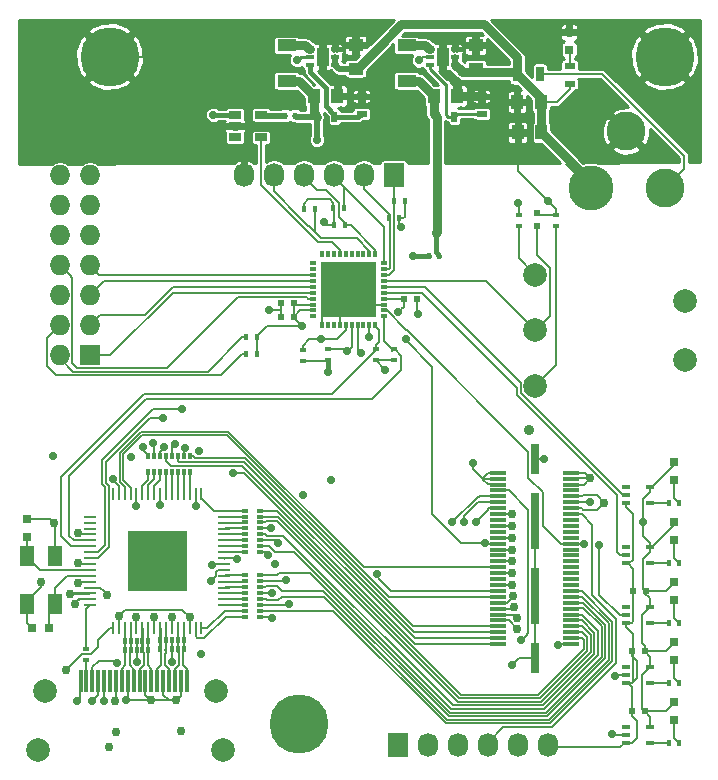
<source format=gbr>
G04 #@! TF.FileFunction,Copper,L1,Top,Signal*
%FSLAX46Y46*%
G04 Gerber Fmt 4.6, Leading zero omitted, Abs format (unit mm)*
G04 Created by KiCad (PCBNEW (2015-04-17 BZR 5609)-product) date Fri 01 Apr 2016 01:29:39 PM CDT*
%MOMM*%
G01*
G04 APERTURE LIST*
%ADD10C,0.100000*%
%ADD11R,1.447800X0.304800*%
%ADD12R,0.640000X2.540000*%
%ADD13R,0.640000X4.700000*%
%ADD14C,0.900000*%
%ADD15R,0.600000X0.400000*%
%ADD16C,2.000000*%
%ADD17R,0.300000X1.900000*%
%ADD18R,0.500000X0.300000*%
%ADD19R,0.400000X0.600000*%
%ADD20R,0.300000X0.500000*%
%ADD21R,0.750000X0.800000*%
%ADD22R,0.800000X0.750000*%
%ADD23R,0.600000X0.500000*%
%ADD24R,0.500000X0.600000*%
%ADD25R,1.000000X1.250000*%
%ADD26R,1.250000X1.000000*%
%ADD27R,1.600000X1.000000*%
%ADD28R,1.727200X1.727200*%
%ADD29O,1.727200X1.727200*%
%ADD30R,0.700000X1.300000*%
%ADD31R,0.900000X0.500000*%
%ADD32R,0.500000X0.900000*%
%ADD33C,5.000000*%
%ADD34R,0.300000X0.550000*%
%ADD35R,0.390000X0.550000*%
%ADD36R,0.250000X0.550000*%
%ADD37R,0.390000X0.500000*%
%ADD38R,1.193800X1.803400*%
%ADD39R,1.150000X1.150000*%
%ADD40C,3.800000*%
%ADD41C,3.300000*%
%ADD42R,0.700000X0.300000*%
%ADD43R,1.000000X1.600000*%
%ADD44R,1.060000X0.650000*%
%ADD45R,0.660400X0.406400*%
%ADD46R,0.250000X1.000000*%
%ADD47R,1.000000X0.250000*%
%ADD48R,5.000000X5.000000*%
%ADD49R,1.660000X1.660000*%
%ADD50R,1.727200X2.032000*%
%ADD51O,1.727200X2.032000*%
%ADD52C,0.736600*%
%ADD53C,0.762000*%
%ADD54C,0.152400*%
%ADD55C,0.381000*%
%ADD56C,0.508000*%
%ADD57C,0.762000*%
%ADD58C,0.203200*%
%ADD59C,0.254000*%
G04 APERTURE END LIST*
D10*
D11*
X86713898Y-116750010D03*
X92886098Y-116750010D03*
X86713898Y-116250010D03*
X92886098Y-116250010D03*
X86713898Y-115750010D03*
X92886098Y-115750010D03*
X86713898Y-115250010D03*
X92886098Y-115250010D03*
X86713898Y-114750010D03*
X92886098Y-114750010D03*
X86713898Y-114250010D03*
X92886098Y-114250010D03*
X86713898Y-113750010D03*
X92886098Y-113750010D03*
X86713898Y-113250010D03*
X92886098Y-113250010D03*
X86713898Y-112750010D03*
X92886098Y-112750010D03*
X86713898Y-112250010D03*
X92886098Y-112250010D03*
X86713898Y-111750010D03*
X92886098Y-111750010D03*
X86713898Y-111250010D03*
X92886098Y-111250010D03*
X86713898Y-110750010D03*
X92886098Y-110750010D03*
X86713898Y-110250010D03*
X92886098Y-110250010D03*
X86713898Y-109750010D03*
X92886098Y-109750010D03*
X86713898Y-109250010D03*
X92886098Y-109250010D03*
X86713898Y-108750010D03*
X92886098Y-108750010D03*
X86713898Y-108250010D03*
X92886098Y-108250010D03*
X86713898Y-107750010D03*
X92886098Y-107750010D03*
X86713898Y-107250010D03*
X92886098Y-107250010D03*
X86713898Y-106750010D03*
X92886098Y-106750010D03*
X86713898Y-106250010D03*
X92886098Y-106250010D03*
X86713898Y-105750010D03*
X92886098Y-105750010D03*
X86713898Y-105250010D03*
X92886098Y-105250010D03*
X86713898Y-104750010D03*
X92886098Y-104750010D03*
X86713898Y-104250010D03*
X92886098Y-104250010D03*
X86713898Y-103750010D03*
X92886098Y-103750010D03*
X86713898Y-103250010D03*
X92886098Y-103250010D03*
X86713898Y-102750010D03*
X92886098Y-102750010D03*
X86713898Y-102250010D03*
X92886098Y-102250010D03*
D12*
X89799998Y-101055010D03*
D13*
X89799998Y-106325010D03*
X89799998Y-112675010D03*
D12*
X89799998Y-117945010D03*
D14*
X89291998Y-98655010D03*
D15*
X91592400Y-81323600D03*
X91592400Y-80423600D03*
D16*
X47742400Y-125687200D03*
X63442400Y-125687200D03*
X48342400Y-120737200D03*
X62842400Y-120737200D03*
D17*
X60342400Y-119837200D03*
X59842400Y-119837200D03*
X59342400Y-119837200D03*
X58842400Y-119837200D03*
X58342400Y-119837200D03*
X57842400Y-119837200D03*
X57342400Y-119837200D03*
X56842400Y-119837200D03*
X56342400Y-119837200D03*
X55842400Y-119837200D03*
X55342400Y-119837200D03*
X54842400Y-119837200D03*
X54342400Y-119837200D03*
X53842400Y-119837200D03*
X53342400Y-119837200D03*
X52842400Y-119837200D03*
X52342400Y-119837200D03*
X51842400Y-119837200D03*
X51342400Y-119837200D03*
D18*
X65248000Y-105458000D03*
X65248000Y-105958000D03*
X65248000Y-106458000D03*
X65248000Y-106958000D03*
X65248000Y-107458000D03*
X65248000Y-107958000D03*
X65248000Y-108458000D03*
X65248000Y-108958000D03*
X66548000Y-108958000D03*
X66548000Y-108458000D03*
X66548000Y-107958000D03*
X66548000Y-107458000D03*
X66548000Y-106958000D03*
X66548000Y-106458000D03*
X66548000Y-105958000D03*
X66548000Y-105458000D03*
D15*
X51782980Y-117179940D03*
X51782980Y-118079940D03*
D19*
X68615140Y-72009000D03*
X69515140Y-72009000D03*
D15*
X72263000Y-92702800D03*
X72263000Y-91802800D03*
D20*
X57088400Y-102158800D03*
X57588400Y-102158800D03*
X58088400Y-102158800D03*
X58588400Y-102158800D03*
X59088400Y-102158800D03*
X59588400Y-102158800D03*
X60088400Y-102158800D03*
X60588400Y-102158800D03*
X60588400Y-100858800D03*
X60088400Y-100858800D03*
X59588400Y-100858800D03*
X59088400Y-100858800D03*
X58588400Y-100858800D03*
X58088400Y-100858800D03*
X57588400Y-100858800D03*
X57088400Y-100858800D03*
D18*
X65248000Y-110936400D03*
X65248000Y-111436400D03*
X65248000Y-111936400D03*
X65248000Y-112436400D03*
X65248000Y-112936400D03*
X65248000Y-113436400D03*
X65248000Y-113936400D03*
X65248000Y-114436400D03*
X66548000Y-114436400D03*
X66548000Y-113936400D03*
X66548000Y-113436400D03*
X66548000Y-112936400D03*
X66548000Y-112436400D03*
X66548000Y-111936400D03*
X66548000Y-111436400D03*
X66548000Y-110936400D03*
D21*
X46840000Y-107660000D03*
X46840000Y-106160000D03*
D22*
X48708440Y-115366800D03*
X47208440Y-115366800D03*
D23*
X78698000Y-87503000D03*
X79798000Y-87503000D03*
X69384000Y-89027000D03*
X68284000Y-89027000D03*
X69384000Y-87884000D03*
X68284000Y-87884000D03*
D24*
X89966800Y-81372800D03*
X89966800Y-80272800D03*
D23*
X99102000Y-122428000D03*
X98002000Y-122428000D03*
X99102000Y-117348000D03*
X98002000Y-117348000D03*
X99241700Y-112268000D03*
X98141700Y-112268000D03*
D25*
X90369900Y-73436480D03*
X88369900Y-73436480D03*
X90301320Y-70863460D03*
X88301320Y-70863460D03*
D26*
X74630280Y-68048380D03*
X74630280Y-66048380D03*
X84790280Y-68048380D03*
X84790280Y-66048380D03*
D25*
X71090280Y-70350380D03*
X73090280Y-70350380D03*
X81250280Y-70350380D03*
X83250280Y-70350380D03*
D21*
X101600000Y-121678000D03*
X101600000Y-123178000D03*
X101600000Y-116598000D03*
X101600000Y-118098000D03*
X101600000Y-111518000D03*
X101600000Y-113018000D03*
X92722700Y-66447100D03*
X92722700Y-64947100D03*
D27*
X68788280Y-66066540D03*
X68788280Y-69066540D03*
X78948280Y-66066540D03*
X78948280Y-69066540D03*
D28*
X52110640Y-92290900D03*
D29*
X49570640Y-92290900D03*
X52110640Y-89750900D03*
X49570640Y-89750900D03*
X52110640Y-87210900D03*
X49570640Y-87210900D03*
X52110640Y-84670900D03*
X49570640Y-84670900D03*
X52110640Y-82130900D03*
X49570640Y-82130900D03*
X52110640Y-79590900D03*
X49570640Y-79590900D03*
X52110640Y-77050900D03*
X49570640Y-77050900D03*
D19*
X80830000Y-83870800D03*
X81730000Y-83870800D03*
D15*
X88452960Y-80461700D03*
X88452960Y-81361700D03*
X70154800Y-92753600D03*
X70154800Y-91853600D03*
D19*
X66286800Y-90779600D03*
X65386800Y-90779600D03*
X66286800Y-92202000D03*
X65386800Y-92202000D03*
X78783600Y-79248000D03*
X77883600Y-79248000D03*
D15*
X77851000Y-92702800D03*
X77851000Y-91802800D03*
D19*
X78326400Y-80670400D03*
X77426400Y-80670400D03*
D15*
X76352400Y-92702800D03*
X76352400Y-91802800D03*
D19*
X72760000Y-79857600D03*
X73660000Y-79857600D03*
X72803600Y-81280000D03*
X73703600Y-81280000D03*
X70270800Y-79908400D03*
X71170800Y-79908400D03*
X102050000Y-125120400D03*
X101150000Y-125120400D03*
X102050000Y-120040400D03*
X101150000Y-120040400D03*
X102050000Y-114960400D03*
X101150000Y-114960400D03*
D30*
X88323380Y-68498720D03*
X90223380Y-68498720D03*
D31*
X92748100Y-67817300D03*
X92748100Y-69317300D03*
X75138280Y-71862380D03*
X75138280Y-70362380D03*
X85298280Y-71862380D03*
X85298280Y-70362380D03*
D32*
X71340280Y-72128380D03*
X72840280Y-72128380D03*
X81500280Y-72128380D03*
X83000280Y-72128380D03*
D33*
X53797200Y-67005200D03*
X69800013Y-123500007D03*
X100787200Y-67005200D03*
D34*
X60080400Y-116441600D03*
X59580400Y-116441600D03*
D35*
X59080400Y-116441600D03*
D34*
X58580400Y-116441600D03*
X58080400Y-116441600D03*
X58080400Y-117211600D03*
D36*
X58580400Y-117211600D03*
D37*
X59080400Y-117211600D03*
D34*
X59580400Y-117211600D03*
X60080400Y-117211600D03*
X57083200Y-116463000D03*
X56583200Y-116463000D03*
D35*
X56083200Y-116463000D03*
D34*
X55583200Y-116463000D03*
X55083200Y-116463000D03*
X55083200Y-117233000D03*
X55583200Y-117233000D03*
D35*
X56083200Y-117233000D03*
D34*
X56583200Y-117233000D03*
X57083200Y-117233000D03*
D38*
X46804580Y-109321600D03*
X46804580Y-113385600D03*
X49192180Y-113385600D03*
X49192180Y-109321600D03*
D20*
X71793280Y-89755800D03*
X72293280Y-89755800D03*
X72793280Y-89755800D03*
X73293280Y-89755800D03*
X73793280Y-89755800D03*
X74293280Y-89755800D03*
X74793280Y-89755800D03*
X75293280Y-89755800D03*
X75793280Y-89755800D03*
X76293280Y-89755800D03*
D18*
X77043280Y-89005800D03*
X77043280Y-88505800D03*
X77043280Y-88005800D03*
X77043280Y-87505800D03*
X77043280Y-87005800D03*
X77043280Y-86505800D03*
X77043280Y-86005800D03*
X77043280Y-85505800D03*
X77043280Y-85005800D03*
X77043280Y-84505800D03*
D20*
X76293280Y-83755800D03*
X75793280Y-83755800D03*
X75293280Y-83755800D03*
X74793280Y-83755800D03*
X74293280Y-83755800D03*
X73793280Y-83755800D03*
X73293280Y-83755800D03*
X72793280Y-83755800D03*
X72293280Y-83755800D03*
X71793280Y-83755800D03*
D18*
X71043280Y-84505800D03*
X71043280Y-85005800D03*
X71043280Y-85505800D03*
X71043280Y-86005800D03*
X71043280Y-86505800D03*
X71043280Y-87005800D03*
X71043280Y-87505800D03*
X71043280Y-88005800D03*
X71043280Y-88505800D03*
X71043280Y-89005800D03*
D39*
X75768280Y-85030800D03*
X74618280Y-85030800D03*
X73468280Y-85030800D03*
X72318280Y-85030800D03*
X75768280Y-86180800D03*
X74618280Y-86180800D03*
X73468280Y-86180800D03*
X72318280Y-86180800D03*
X75768280Y-87330800D03*
X74618280Y-87330800D03*
X73468280Y-87330800D03*
X72318280Y-87330800D03*
X75768280Y-88480800D03*
X74618280Y-88480800D03*
X73468280Y-88480800D03*
X72318280Y-88480800D03*
D40*
X94540200Y-78143100D03*
D41*
X100790200Y-78143100D03*
X97540200Y-73343100D03*
D42*
X80946280Y-66398380D03*
X80946280Y-67048380D03*
X80946280Y-67698380D03*
X83046280Y-67698380D03*
X83046280Y-67048380D03*
X83046280Y-66398380D03*
D43*
X81996280Y-67048380D03*
D44*
X64432000Y-71948000D03*
X64432000Y-72898000D03*
X64432000Y-73848000D03*
X66632000Y-73848000D03*
X66632000Y-71948000D03*
D42*
X70786280Y-66398380D03*
X70786280Y-67048380D03*
X70786280Y-67698380D03*
X72886280Y-67698380D03*
X72886280Y-67048380D03*
X72886280Y-66398380D03*
D43*
X71836280Y-67048380D03*
D45*
X97536000Y-123799600D03*
X97536000Y-125120400D03*
X97536000Y-124460000D03*
X99568000Y-125120400D03*
X99568000Y-123799600D03*
X97536000Y-118719600D03*
X97536000Y-120040400D03*
X97536000Y-119380000D03*
X99568000Y-120040400D03*
X99568000Y-118719600D03*
X97536000Y-113639600D03*
X97536000Y-114960400D03*
X97536000Y-114300000D03*
X99568000Y-114960400D03*
X99568000Y-113639600D03*
D16*
X89834720Y-90192420D03*
X89834720Y-94892420D03*
X89834720Y-85492420D03*
X102534720Y-87688420D03*
X102534720Y-92696420D03*
D46*
X54080000Y-115417600D03*
X54580000Y-115417600D03*
X55080000Y-115417600D03*
X55580000Y-115417600D03*
X56080000Y-115417600D03*
X56580000Y-115417600D03*
X57080000Y-115417600D03*
X57580000Y-115417600D03*
X58080000Y-115417600D03*
X58580000Y-115417600D03*
X59080000Y-115417600D03*
X59580000Y-115417600D03*
X60080000Y-115417600D03*
X60580000Y-115417600D03*
X61080000Y-115417600D03*
X61580000Y-115417600D03*
D47*
X63530000Y-113467600D03*
X63530000Y-112967600D03*
X63530000Y-112467600D03*
X63530000Y-111967600D03*
X63530000Y-111467600D03*
X63530000Y-110967600D03*
X63530000Y-110467600D03*
X63530000Y-109967600D03*
X63530000Y-109467600D03*
X63530000Y-108967600D03*
X63530000Y-108467600D03*
X63530000Y-107967600D03*
X63530000Y-107467600D03*
X63530000Y-106967600D03*
X63530000Y-106467600D03*
X63530000Y-105967600D03*
D46*
X61580000Y-104017600D03*
X61080000Y-104017600D03*
X60580000Y-104017600D03*
X60080000Y-104017600D03*
X59580000Y-104017600D03*
X59080000Y-104017600D03*
X58580000Y-104017600D03*
X58080000Y-104017600D03*
X57580000Y-104017600D03*
X57080000Y-104017600D03*
X56580000Y-104017600D03*
X56080000Y-104017600D03*
X55580000Y-104017600D03*
X55080000Y-104017600D03*
X54580000Y-104017600D03*
X54080000Y-104017600D03*
D47*
X52130000Y-105967600D03*
X52130000Y-106467600D03*
X52130000Y-106967600D03*
X52130000Y-107467600D03*
X52130000Y-107967600D03*
X52130000Y-108467600D03*
X52130000Y-108967600D03*
X52130000Y-109467600D03*
X52130000Y-109967600D03*
X52130000Y-110467600D03*
X52130000Y-110967600D03*
X52130000Y-111467600D03*
X52130000Y-111967600D03*
X52130000Y-112467600D03*
X52130000Y-112967600D03*
X52130000Y-113467600D03*
D48*
X57830000Y-109717600D03*
D49*
X56170000Y-111377600D03*
X56170000Y-109717600D03*
X56170000Y-108057600D03*
X57830000Y-108057600D03*
X57830000Y-109717600D03*
X57830000Y-111377600D03*
X59490000Y-108057600D03*
X59490000Y-109717600D03*
X59490000Y-111377600D03*
D21*
X101600000Y-106438000D03*
X101600000Y-107938000D03*
X101600000Y-101358000D03*
X101600000Y-102858000D03*
D50*
X78180000Y-125260000D03*
D51*
X80720000Y-125260000D03*
X83260000Y-125260000D03*
X85800000Y-125260000D03*
X88340000Y-125260000D03*
X90880000Y-125260000D03*
D50*
X77876400Y-77063600D03*
D51*
X75336400Y-77063600D03*
X72796400Y-77063600D03*
X70256400Y-77063600D03*
X67716400Y-77063600D03*
X65176400Y-77063600D03*
D19*
X102050000Y-109880400D03*
X101150000Y-109880400D03*
X102050000Y-104800400D03*
X101150000Y-104800400D03*
D45*
X97536000Y-108559600D03*
X97536000Y-109880400D03*
X97536000Y-109220000D03*
X99568000Y-109880400D03*
X99568000Y-108559600D03*
X97536000Y-103479600D03*
X97536000Y-104800400D03*
X97536000Y-104140000D03*
X99568000Y-104800400D03*
X99568000Y-103479600D03*
D52*
X61569600Y-117551200D03*
D53*
X59385200Y-121462800D03*
X57302400Y-121513600D03*
X47955200Y-111506000D03*
X49098190Y-106527600D03*
D52*
X67840343Y-109976179D03*
X90593070Y-101055010D03*
X83300000Y-65390000D03*
X81407000Y-65405000D03*
X79950000Y-88790000D03*
X67259200Y-88450420D03*
X90932000Y-79248000D03*
X87900000Y-118490000D03*
X55591358Y-100892799D03*
X61350000Y-100436910D03*
X55185443Y-121503961D03*
X54396910Y-118364000D03*
X59091898Y-118231128D03*
X56086920Y-118247921D03*
D53*
X53594000Y-112572800D03*
X54289998Y-121610000D03*
D52*
X53300000Y-121574551D03*
X52300000Y-121574551D03*
X51050000Y-121574551D03*
D53*
X50088800Y-118922800D03*
X54576980Y-114382079D03*
X60580000Y-114462608D03*
X56080000Y-114462608D03*
X57585000Y-114462608D03*
X59080000Y-114465651D03*
D52*
X56080000Y-105093069D03*
X61080000Y-105093069D03*
X62410340Y-111414560D03*
D53*
X51096658Y-111577210D03*
X51104059Y-107357990D03*
D52*
X58080000Y-105016860D03*
X62466220Y-110045500D03*
X91805770Y-116840000D03*
X54073270Y-102801420D03*
X59921579Y-96827779D03*
X75100000Y-92140000D03*
D53*
X51155600Y-109857990D03*
X50444400Y-112522000D03*
X50888980Y-113331968D03*
X59842400Y-124104400D03*
D52*
X70210000Y-104090000D03*
D53*
X54320000Y-124190000D03*
D52*
X49050000Y-100840000D03*
X62600000Y-71940000D03*
D53*
X53771800Y-125501400D03*
D52*
X72590000Y-102860000D03*
X98983799Y-106428262D03*
X72263000Y-93751400D03*
X81450000Y-81940000D03*
X94475000Y-104765000D03*
X71350000Y-74040000D03*
D53*
X95675002Y-104790000D03*
D52*
X64272160Y-102247711D03*
X57460000Y-99760000D03*
X56610994Y-100103958D03*
D53*
X88302742Y-115481392D03*
X88290400Y-114553996D03*
D52*
X58450000Y-100088098D03*
D53*
X88009498Y-113589183D03*
D52*
X59328341Y-99836920D03*
D53*
X87971200Y-112674400D03*
D52*
X60181918Y-100136920D03*
D53*
X87864109Y-111722998D03*
D52*
X67500000Y-106940000D03*
D53*
X87846457Y-110745215D03*
D52*
X68040000Y-108176910D03*
D53*
X87867404Y-109718569D03*
D52*
X67242921Y-109217079D03*
D53*
X87849222Y-108758128D03*
D52*
X68710000Y-111326920D03*
D53*
X87847027Y-107744534D03*
D52*
X67560000Y-112443080D03*
D53*
X87846609Y-106745035D03*
D52*
X68991087Y-113339480D03*
D53*
X87844873Y-105747095D03*
D52*
X67550000Y-114538750D03*
X64617600Y-109554910D03*
X76418173Y-110846920D03*
X78251158Y-88638842D03*
X77150000Y-93540000D03*
X70078600Y-89839800D03*
X79450000Y-83890000D03*
X71950000Y-81040000D03*
X78500000Y-81440000D03*
X88400000Y-79390000D03*
D53*
X94495091Y-102723209D03*
D52*
X84600000Y-101440000D03*
X69700000Y-67290000D03*
X75900000Y-66890000D03*
X80000000Y-67340000D03*
X83550000Y-68240000D03*
X85577304Y-108219923D03*
X96340000Y-124380000D03*
X75800000Y-90740000D03*
X78881210Y-90952157D03*
X95275411Y-108341278D03*
X94009525Y-108263681D03*
X84836000Y-106426000D03*
X83820000Y-106426000D03*
X82804000Y-106426000D03*
X96620000Y-119420000D03*
X88650000Y-116440000D03*
X71729600Y-90932000D03*
X58318400Y-97586800D03*
X73905977Y-91946724D03*
D54*
X60080400Y-115418000D02*
X60080000Y-115417600D01*
X60080400Y-117211600D02*
X60080400Y-115418000D01*
X60080400Y-116441600D02*
X60080400Y-117211600D01*
X60342400Y-118822400D02*
X60342400Y-119837200D01*
X60030000Y-117387000D02*
X60030000Y-118510000D01*
X60030000Y-118510000D02*
X60342400Y-118822400D01*
X60080400Y-117336600D02*
X60030000Y-117387000D01*
X60080400Y-117211600D02*
X60080400Y-117336600D01*
X56842400Y-119837200D02*
X56842400Y-121104400D01*
X56842400Y-121104400D02*
X57114440Y-121376440D01*
X57114440Y-121376440D02*
X57279240Y-121376440D01*
X57279240Y-121376440D02*
X57416400Y-121513600D01*
X57416400Y-121513600D02*
X59286140Y-121513600D01*
X58342400Y-119837200D02*
X58342400Y-121029600D01*
X59286140Y-121513600D02*
X59423300Y-121376440D01*
X58342400Y-121029600D02*
X58826400Y-121513600D01*
X58826400Y-121513600D02*
X59286140Y-121513600D01*
X59842400Y-119837200D02*
X59842400Y-121158000D01*
X59842400Y-121158000D02*
X59623960Y-121376440D01*
X59623960Y-121376440D02*
X59423300Y-121376440D01*
X59423300Y-121376440D02*
X59423300Y-121424700D01*
X59423300Y-121424700D02*
X59385200Y-121462800D01*
X57279240Y-121376440D02*
X57279240Y-121490440D01*
X57279240Y-121490440D02*
X57302400Y-121513600D01*
D55*
X74618280Y-86180800D02*
X75768280Y-86180800D01*
X72318280Y-87330800D02*
X72318280Y-86180800D01*
X73468280Y-87330800D02*
X72318280Y-87330800D01*
X74618280Y-87330800D02*
X73468280Y-87330800D01*
X74618280Y-88480800D02*
X74618280Y-87330800D01*
X73468280Y-88480800D02*
X74618280Y-88480800D01*
X75768280Y-87330800D02*
X75768280Y-86180800D01*
X75768280Y-86180800D02*
X75768280Y-85030800D01*
X75768280Y-85030800D02*
X74618280Y-85030800D01*
X74618280Y-85030800D02*
X73468280Y-85030800D01*
X73468280Y-85030800D02*
X72318280Y-85030800D01*
X73468280Y-86180800D02*
X73468280Y-87330800D01*
X73468280Y-85030800D02*
X73468280Y-86180800D01*
D54*
X57279240Y-121376440D02*
X57279240Y-121409760D01*
X57279240Y-121409760D02*
X57165240Y-121523760D01*
X46840000Y-106160000D02*
X48768680Y-106160000D01*
X48768680Y-106160000D02*
X49199780Y-106591100D01*
D56*
X81996280Y-67048380D02*
X81996280Y-65994280D01*
X81996280Y-65994280D02*
X81407000Y-65405000D01*
X81996280Y-67048380D02*
X81996280Y-66720720D01*
D57*
X83250280Y-70350380D02*
X85286280Y-70350380D01*
X85286280Y-70350380D02*
X85298280Y-70362380D01*
X83250280Y-69195550D02*
X83250280Y-70350380D01*
D54*
X59080400Y-118166310D02*
X59094090Y-118180000D01*
X59080400Y-117211600D02*
X59080400Y-118166310D01*
X56083200Y-118158780D02*
X56081980Y-118160000D01*
X56083200Y-117233000D02*
X56083200Y-118158780D01*
X91592400Y-80423600D02*
X89821600Y-80423600D01*
X89966800Y-80278400D02*
X89966800Y-80272800D01*
X89821600Y-80423600D02*
X89966800Y-80278400D01*
X91592400Y-80423600D02*
X91592400Y-79908400D01*
X98002000Y-122830400D02*
X98002000Y-122428000D01*
X98454400Y-124684600D02*
X98454400Y-123282800D01*
X98018600Y-125120400D02*
X98454400Y-124684600D01*
X98454400Y-123282800D02*
X98002000Y-122830400D01*
X97536000Y-125120400D02*
X98018600Y-125120400D01*
X97663000Y-120040400D02*
X97536000Y-120040400D01*
X98018600Y-120396000D02*
X97663000Y-120040400D01*
X98018600Y-120489800D02*
X98018600Y-120396000D01*
X98002000Y-120506400D02*
X98018600Y-120489800D01*
X98002000Y-122428000D02*
X98002000Y-120506400D01*
X98002000Y-117750400D02*
X98002000Y-117348000D01*
X98454400Y-118202800D02*
X98002000Y-117750400D01*
X98454400Y-119604600D02*
X98454400Y-118202800D01*
X98018600Y-120040400D02*
X98454400Y-119604600D01*
X97536000Y-120040400D02*
X98018600Y-120040400D01*
X98094801Y-115874801D02*
X97536000Y-115316000D01*
X98094801Y-119964199D02*
X98094801Y-115874801D01*
X98018600Y-120040400D02*
X98094801Y-119964199D01*
X97536000Y-115316000D02*
X97536000Y-114960400D01*
X98141700Y-114837300D02*
X98141700Y-112670400D01*
X98018600Y-114960400D02*
X98141700Y-114837300D01*
X98141700Y-112670400D02*
X98141700Y-112268000D01*
X97536000Y-114960400D02*
X98018600Y-114960400D01*
X97663000Y-109880400D02*
X97536000Y-109880400D01*
X98141700Y-110359100D02*
X97663000Y-109880400D01*
X98141700Y-112268000D02*
X98141700Y-110359100D01*
X97536000Y-105156000D02*
X97536000Y-104800400D01*
X98094801Y-105714801D02*
X97536000Y-105156000D01*
X98094801Y-109606081D02*
X98094801Y-105714801D01*
X97820482Y-109880400D02*
X98094801Y-109606081D01*
X97536000Y-109880400D02*
X97820482Y-109880400D01*
X97409000Y-125120400D02*
X97536000Y-125120400D01*
X97053400Y-125476000D02*
X97409000Y-125120400D01*
X91096000Y-125476000D02*
X97053400Y-125476000D01*
X90880000Y-125260000D02*
X91096000Y-125476000D01*
X46804580Y-114962940D02*
X47208440Y-115366800D01*
X46804580Y-113385600D02*
X46804580Y-114962940D01*
X48006000Y-111879380D02*
X48006000Y-111506000D01*
X46804580Y-113080800D02*
X48006000Y-111879380D01*
X46804580Y-113385600D02*
X46804580Y-113080800D01*
X49192180Y-106598700D02*
X49199780Y-106591100D01*
X49192180Y-109321600D02*
X49192180Y-106598700D01*
X76243280Y-88005800D02*
X75768280Y-88480800D01*
X77043280Y-88005800D02*
X76243280Y-88005800D01*
X71793280Y-89005800D02*
X72318280Y-88480800D01*
X71793280Y-89755800D02*
X71793280Y-89005800D01*
X79798000Y-87503000D02*
X79798000Y-88561000D01*
X88369900Y-76685900D02*
X90932000Y-79248000D01*
X88369900Y-73436480D02*
X88369900Y-76685900D01*
X53797200Y-67005200D02*
X61328300Y-67005200D01*
X61328300Y-67005200D02*
X65476120Y-71153020D01*
X65114400Y-72898000D02*
X64432000Y-72898000D01*
X65476120Y-72536280D02*
X65114400Y-72898000D01*
X65476120Y-71153020D02*
X65476120Y-72536280D01*
X59080400Y-117211600D02*
X59080400Y-116441600D01*
X56083200Y-117233000D02*
X56083200Y-116463000D01*
X90593070Y-101055010D02*
X90629740Y-101018340D01*
X89799998Y-106325010D02*
X89799998Y-109442913D01*
X89799998Y-109442913D02*
X89799998Y-112675010D01*
X73293280Y-88655800D02*
X73468280Y-88480800D01*
X73293280Y-89755800D02*
X73293280Y-88655800D01*
X67289382Y-88480602D02*
X67259200Y-88450420D01*
X68284000Y-87884000D02*
X68284000Y-88480602D01*
X68284000Y-88480602D02*
X68284000Y-89027000D01*
X73468280Y-85030800D02*
X73468280Y-88480800D01*
X74618280Y-85030800D02*
X74618280Y-88480800D01*
D58*
X89799998Y-101055010D02*
X90593070Y-101055010D01*
X83958380Y-66048380D02*
X83300000Y-65390000D01*
X84790280Y-66048380D02*
X83958380Y-66048380D01*
D54*
X79798000Y-88638000D02*
X79950000Y-88790000D01*
X79798000Y-88561000D02*
X79798000Y-88638000D01*
X68284000Y-88480602D02*
X67289382Y-88480602D01*
X91592400Y-79908400D02*
X90932000Y-79248000D01*
X89799998Y-117945010D02*
X88444990Y-117945010D01*
X88268299Y-118121701D02*
X87900000Y-118490000D01*
X88444990Y-117945010D02*
X88268299Y-118121701D01*
X89799998Y-112675010D02*
X89799998Y-117945010D01*
D55*
X75126280Y-70350380D02*
X75138280Y-70362380D01*
X73090280Y-70350380D02*
X75126280Y-70350380D01*
D54*
X57292761Y-121503961D02*
X57302400Y-121513600D01*
X55185443Y-121503961D02*
X57292761Y-121503961D01*
X55185443Y-121424557D02*
X55185443Y-121503961D01*
X55342400Y-121267600D02*
X55185443Y-121424557D01*
X55342400Y-119837200D02*
X55342400Y-121267600D01*
X54575190Y-118160000D02*
X54486290Y-118160000D01*
X52342400Y-118734800D02*
X52917200Y-118160000D01*
X52342400Y-119837200D02*
X52342400Y-118734800D01*
X54192910Y-118160000D02*
X54396910Y-118364000D01*
X52917200Y-118160000D02*
X54192910Y-118160000D01*
X59080400Y-118219630D02*
X59091898Y-118231128D01*
X59080400Y-118166310D02*
X59080400Y-118219630D01*
X56083200Y-118158780D02*
X56083200Y-118244201D01*
X56083200Y-118244201D02*
X56086920Y-118247921D01*
X59580400Y-116441600D02*
X59580400Y-117211600D01*
X59580000Y-115417600D02*
X59580000Y-116441200D01*
X59580000Y-116441200D02*
X59580400Y-116441600D01*
X59570000Y-117222000D02*
X59580400Y-117211600D01*
X59570000Y-117360000D02*
X59570000Y-117222000D01*
X59580400Y-117430400D02*
X59580400Y-117211600D01*
X59697610Y-117547610D02*
X59580400Y-117430400D01*
X59697610Y-118508830D02*
X59697610Y-117547610D01*
X59342400Y-118864040D02*
X59697610Y-118508830D01*
X59342400Y-119837200D02*
X59342400Y-118864040D01*
X58580400Y-116441600D02*
X58580400Y-115418000D01*
X58580400Y-115418000D02*
X58580000Y-115417600D01*
X58580400Y-117211600D02*
X58580400Y-116441600D01*
X58580000Y-116441200D02*
X58580400Y-116441600D01*
X58540000Y-116554600D02*
X58580400Y-116514200D01*
X58530000Y-117262000D02*
X58580400Y-117211600D01*
X58842400Y-119837200D02*
X58842400Y-118952400D01*
X58842400Y-118882400D02*
X58842400Y-119837200D01*
X58494997Y-117575003D02*
X58494997Y-118534997D01*
X58590000Y-117480000D02*
X58494997Y-117575003D01*
X58590000Y-117221200D02*
X58590000Y-117480000D01*
X58494997Y-118534997D02*
X58842400Y-118882400D01*
X58580400Y-117211600D02*
X58590000Y-117221200D01*
X58080000Y-117211200D02*
X58080400Y-117211600D01*
X58080000Y-115417600D02*
X58080000Y-117211200D01*
X58080400Y-116441600D02*
X58080400Y-117211600D01*
X58150000Y-115487200D02*
X58080400Y-115417600D01*
X58150000Y-118530000D02*
X58150000Y-115487200D01*
X57850000Y-118830000D02*
X58150000Y-118530000D01*
X57850000Y-119829600D02*
X57850000Y-118830000D01*
X57842400Y-119837200D02*
X57850000Y-119829600D01*
X57083200Y-116463000D02*
X57083200Y-117233000D01*
X57083200Y-117233000D02*
X57083200Y-117358000D01*
X57083200Y-115420800D02*
X57080000Y-115417600D01*
X57083200Y-116463000D02*
X57083200Y-115420800D01*
X57020000Y-115478000D02*
X57080400Y-115417600D01*
X57020000Y-118510000D02*
X57020000Y-115478000D01*
X57342400Y-118832400D02*
X57020000Y-118510000D01*
X57342400Y-119837200D02*
X57342400Y-118832400D01*
X56583200Y-116463000D02*
X56583200Y-115420800D01*
X56583200Y-115420800D02*
X56580000Y-115417600D01*
X56583200Y-117233000D02*
X56583200Y-116463000D01*
X56687610Y-118512390D02*
X56342400Y-118857600D01*
X56590000Y-117420000D02*
X56687610Y-117517610D01*
X56687610Y-117517610D02*
X56687610Y-118512390D01*
X56580400Y-115417600D02*
X56590000Y-115427200D01*
X56590000Y-115427200D02*
X56590000Y-117420000D01*
X56342400Y-118857600D02*
X56342400Y-119837200D01*
X55583200Y-117233000D02*
X55583200Y-116463000D01*
X55580000Y-115418000D02*
X55580400Y-115417600D01*
X55583200Y-117233000D02*
X55590000Y-117239800D01*
X55583200Y-115420800D02*
X55580000Y-115417600D01*
X55583200Y-116463000D02*
X55583200Y-115420800D01*
X55870000Y-119809600D02*
X55842400Y-119837200D01*
X55870000Y-118914415D02*
X55870000Y-119809600D01*
X55490019Y-118534434D02*
X55870000Y-118914415D01*
X55490019Y-117539981D02*
X55490019Y-118534434D01*
X55600000Y-117430000D02*
X55490019Y-117539981D01*
X55600000Y-117249800D02*
X55600000Y-117430000D01*
X55583200Y-117233000D02*
X55600000Y-117249800D01*
X55083200Y-116463000D02*
X55083200Y-117233000D01*
X55083200Y-115420800D02*
X55080000Y-115417600D01*
X55083200Y-116463000D02*
X55083200Y-115420800D01*
X54842400Y-118827600D02*
X54842400Y-119837200D01*
X55150000Y-118520000D02*
X54842400Y-118827600D01*
X55150000Y-117029800D02*
X55150000Y-118520000D01*
X55083200Y-116963000D02*
X55150000Y-117029800D01*
X53301901Y-112280701D02*
X53594000Y-112572800D01*
X52988800Y-111967600D02*
X53301901Y-112280701D01*
X52130000Y-111967600D02*
X52988800Y-111967600D01*
X52132260Y-111965740D02*
X52130400Y-111967600D01*
X54342400Y-121567600D02*
X54260000Y-121650000D01*
X54342400Y-119837200D02*
X54342400Y-121567600D01*
X53300000Y-121574551D02*
X53300000Y-119879600D01*
X53300000Y-119879600D02*
X53342400Y-119837200D01*
X52300000Y-121574551D02*
X52842400Y-121032151D01*
X52842400Y-121032151D02*
X52842400Y-119837200D01*
X51842400Y-118139360D02*
X51782980Y-118079940D01*
X51842400Y-119837200D02*
X51842400Y-118139360D01*
X51050000Y-121574551D02*
X51300000Y-121324551D01*
X51300000Y-121324551D02*
X51300000Y-119879600D01*
X51300000Y-119879600D02*
X51342400Y-119837200D01*
X51371500Y-117619780D02*
X51371500Y-117640100D01*
X51371500Y-117640100D02*
X50088800Y-118922800D01*
X53802600Y-115417600D02*
X52844700Y-116375500D01*
X54080000Y-115417600D02*
X53802600Y-115417600D01*
X52844700Y-117029702D02*
X52254622Y-117619780D01*
X52844700Y-116375500D02*
X52844700Y-117029702D01*
X52254622Y-117619780D02*
X51371500Y-117619780D01*
X60580000Y-114462608D02*
X59965272Y-113847880D01*
X59965272Y-113847880D02*
X55111179Y-113847880D01*
X55111179Y-113847880D02*
X54576980Y-114382079D01*
X54580000Y-115417600D02*
X54580000Y-114385099D01*
X54580000Y-114385099D02*
X54576980Y-114382079D01*
X60580000Y-115417600D02*
X60580000Y-114462608D01*
X56080000Y-115417600D02*
X56080000Y-114462608D01*
X57580000Y-115417600D02*
X57580000Y-114467608D01*
X57580000Y-114467608D02*
X57585000Y-114462608D01*
X59080000Y-115417600D02*
X59080000Y-114465651D01*
X61080400Y-115417600D02*
X61080400Y-116070000D01*
X61080400Y-116070000D02*
X61240800Y-116230400D01*
X61240800Y-116230400D02*
X61823600Y-116230400D01*
X61823600Y-116230400D02*
X63617600Y-114436400D01*
X63617600Y-114436400D02*
X65248000Y-114436400D01*
X61580400Y-115417600D02*
X62077600Y-115417600D01*
X62077600Y-115417600D02*
X63558800Y-113936400D01*
X63558800Y-113936400D02*
X64845600Y-113936400D01*
X64845600Y-113936400D02*
X65248000Y-113936400D01*
X63530400Y-113467600D02*
X65216800Y-113467600D01*
X65216800Y-113467600D02*
X65248000Y-113436400D01*
X65248000Y-112936400D02*
X63561600Y-112936400D01*
X63561600Y-112936400D02*
X63530400Y-112967600D01*
X63530400Y-112467600D02*
X65216800Y-112467600D01*
X65216800Y-112467600D02*
X65248000Y-112436400D01*
X65248000Y-111936400D02*
X63561600Y-111936400D01*
X63561600Y-111936400D02*
X63530400Y-111967600D01*
X63530400Y-111467600D02*
X65216800Y-111467600D01*
X65216800Y-111467600D02*
X65248000Y-111436400D01*
X65248000Y-110936400D02*
X63561600Y-110936400D01*
X63561600Y-110936400D02*
X63530400Y-110967600D01*
X62801399Y-111023501D02*
X62801399Y-110659719D01*
X62993518Y-110467600D02*
X63530000Y-110467600D01*
X62801399Y-110659719D02*
X62993518Y-110467600D01*
X56080000Y-104017600D02*
X56080000Y-105093069D01*
X61080000Y-104017600D02*
X61080000Y-105093069D01*
X62801399Y-111023501D02*
X62410340Y-111414560D01*
X52130000Y-107467600D02*
X51213669Y-107467600D01*
X51213669Y-107467600D02*
X51104059Y-107357990D01*
X51216808Y-111488320D02*
X52109280Y-111488320D01*
X52109280Y-111488320D02*
X52130000Y-111467600D01*
X58080000Y-104017600D02*
X58080000Y-105016860D01*
X62544120Y-109967600D02*
X62466220Y-110045500D01*
X63530000Y-109967600D02*
X62544120Y-109967600D01*
X65248000Y-108958000D02*
X63540000Y-108958000D01*
X63540000Y-108958000D02*
X63530400Y-108967600D01*
X63530400Y-108467600D02*
X65238400Y-108467600D01*
X65238400Y-108467600D02*
X65248000Y-108458000D01*
X63789199Y-107958000D02*
X63779599Y-107967600D01*
X63779599Y-107967600D02*
X63530400Y-107967600D01*
X65248000Y-107958000D02*
X63789199Y-107958000D01*
X63530400Y-107467600D02*
X65238400Y-107467600D01*
X65238400Y-107467600D02*
X65248000Y-107458000D01*
X65248000Y-106958000D02*
X63540000Y-106958000D01*
X63540000Y-106958000D02*
X63530400Y-106967600D01*
X63530400Y-106467600D02*
X65238400Y-106467600D01*
X65238400Y-106467600D02*
X65248000Y-106458000D01*
X65248000Y-105958000D02*
X63540000Y-105958000D01*
X63540000Y-105958000D02*
X63530400Y-105967600D01*
X65248000Y-105458000D02*
X62645800Y-105458000D01*
X62645800Y-105458000D02*
X61580400Y-104392600D01*
X61580400Y-104392600D02*
X61580400Y-104017600D01*
X60580400Y-104017600D02*
X60580400Y-102166800D01*
X60580400Y-102166800D02*
X60588400Y-102158800D01*
X60088400Y-102158800D02*
X60088400Y-104009600D01*
X60088400Y-104009600D02*
X60080400Y-104017600D01*
X59580400Y-104017600D02*
X59580400Y-102166800D01*
X59580400Y-102166800D02*
X59588400Y-102158800D01*
X59088400Y-102158800D02*
X59088400Y-104009600D01*
X59088400Y-104009600D02*
X59080400Y-104017600D01*
X58588400Y-102158800D02*
X58588400Y-104009600D01*
X58588400Y-104009600D02*
X58580400Y-104017600D01*
X58088400Y-102158800D02*
X58088400Y-102846000D01*
X58088400Y-102846000D02*
X57580400Y-103354000D01*
X57580400Y-103354000D02*
X57580400Y-104017600D01*
X57588400Y-102158800D02*
X57588400Y-102787200D01*
X57588400Y-102787200D02*
X57080400Y-103295200D01*
X57080400Y-103295200D02*
X57080400Y-104017600D01*
X57088400Y-102158800D02*
X57088400Y-102830000D01*
X57088400Y-102830000D02*
X56580400Y-103338000D01*
X56580400Y-103338000D02*
X56580400Y-103365200D01*
X56580400Y-103365200D02*
X56580400Y-104017600D01*
X85837598Y-110250010D02*
X86713898Y-110250010D01*
X63863718Y-98755190D02*
X56453744Y-98755190D01*
X56453744Y-98755190D02*
X54670190Y-100538744D01*
X75358538Y-110250010D02*
X63863718Y-98755190D01*
X86713898Y-110250010D02*
X75358538Y-110250010D01*
X55080400Y-103412584D02*
X55080400Y-104017600D01*
X54670190Y-100538744D02*
X54670190Y-103002374D01*
X54670190Y-103002374D02*
X55080400Y-103412584D01*
X92859608Y-116776500D02*
X92886098Y-116750010D01*
X91895760Y-116750010D02*
X91805770Y-116840000D01*
X92886098Y-116750010D02*
X91895760Y-116750010D01*
X54073270Y-102858470D02*
X54073270Y-102801420D01*
X54580000Y-104017600D02*
X54580000Y-103365200D01*
X54580000Y-103365200D02*
X54073270Y-102858470D01*
X77851000Y-91802800D02*
X77951000Y-91802800D01*
X76047600Y-96037400D02*
X56845200Y-96037400D01*
X77951000Y-91802800D02*
X78511400Y-92363200D01*
X78511400Y-92363200D02*
X78511400Y-93573600D01*
X50393600Y-107594400D02*
X50766800Y-107967600D01*
X78511400Y-93573600D02*
X76047600Y-96037400D01*
X56845200Y-96037400D02*
X50393600Y-102489000D01*
X50393600Y-102489000D02*
X50393600Y-107594400D01*
X50766800Y-107967600D02*
X51477600Y-107967600D01*
X51477600Y-107967600D02*
X52130000Y-107967600D01*
X77751000Y-91802800D02*
X77751000Y-91946400D01*
X77851000Y-91802800D02*
X77751000Y-91802800D01*
X77043280Y-89005800D02*
X77043280Y-91095080D01*
X77043280Y-91095080D02*
X77751000Y-91802800D01*
X52130000Y-108467600D02*
X51477600Y-108467600D01*
X56718200Y-95580200D02*
X72618600Y-95580200D01*
X51477600Y-108467600D02*
X51468000Y-108458000D01*
X51468000Y-108458000D02*
X50546000Y-108458000D01*
X50546000Y-108458000D02*
X49707800Y-107619800D01*
X76352400Y-91846400D02*
X76352400Y-91802800D01*
X49707800Y-107619800D02*
X49707800Y-102590600D01*
X49707800Y-102590600D02*
X56718200Y-95580200D01*
X72618600Y-95580200D02*
X76352400Y-91846400D01*
X76595680Y-90158200D02*
X76293280Y-89855800D01*
X76352400Y-91450400D02*
X76595680Y-91207120D01*
X76595680Y-91207120D02*
X76595680Y-90158200D01*
X76293280Y-89855800D02*
X76293280Y-89755800D01*
X76352400Y-91802800D02*
X76352400Y-91450400D01*
X74793280Y-89755800D02*
X74793280Y-91833280D01*
X74793280Y-91833280D02*
X75100000Y-92140000D01*
X57519023Y-96827779D02*
X59400725Y-96827779D01*
X59400725Y-96827779D02*
X59921579Y-96827779D01*
X52130000Y-108967600D02*
X52782400Y-108967600D01*
X53171559Y-101175243D02*
X57519023Y-96827779D01*
X52782400Y-108967600D02*
X53421589Y-108328411D01*
X53421589Y-108328411D02*
X53421589Y-103464219D01*
X53171559Y-103214189D02*
X53171559Y-101175243D01*
X53421589Y-103464219D02*
X53171559Y-103214189D01*
X52130000Y-109967600D02*
X51265210Y-109967600D01*
X51265210Y-109967600D02*
X51155600Y-109857990D01*
X51477600Y-110467600D02*
X52130000Y-110467600D01*
X47604680Y-110126780D02*
X47945500Y-110467600D01*
X47945500Y-110467600D02*
X51477600Y-110467600D01*
X47604680Y-110121700D02*
X47604680Y-110126780D01*
X46804580Y-109321600D02*
X47604680Y-110121700D01*
X46835060Y-109291120D02*
X46804580Y-109321600D01*
X46835060Y-107681460D02*
X46835060Y-109291120D01*
X51477600Y-110967600D02*
X52130000Y-110967600D01*
X50208100Y-110967600D02*
X51477600Y-110967600D01*
X49192180Y-111983520D02*
X50208100Y-110967600D01*
X49192180Y-113385600D02*
X49192180Y-111983520D01*
X48708440Y-113869340D02*
X49192180Y-113385600D01*
X48708440Y-115366800D02*
X48708440Y-113869340D01*
X50444400Y-112522000D02*
X52075600Y-112522000D01*
X52075600Y-112522000D02*
X52130000Y-112467600D01*
D58*
X50549596Y-112467600D02*
X50444396Y-112572800D01*
X52130000Y-112467600D02*
X50549596Y-112467600D01*
D54*
X51268800Y-112967600D02*
X51253348Y-112967600D01*
X51253348Y-112967600D02*
X50888980Y-113331968D01*
X52130000Y-112967600D02*
X51268800Y-112967600D01*
X51268800Y-112967600D02*
X51231799Y-113004601D01*
X51782980Y-113815020D02*
X52130400Y-113467600D01*
X51782980Y-117179940D02*
X51782980Y-113815020D01*
D55*
X62608000Y-71948000D02*
X62600000Y-71940000D01*
X64432000Y-71948000D02*
X62608000Y-71948000D01*
D58*
X98983799Y-107568999D02*
X98983799Y-106428262D01*
X99568000Y-113639600D02*
X99568000Y-112885220D01*
X99568000Y-112885220D02*
X99087940Y-112405160D01*
X99087940Y-112405160D02*
X99087940Y-112252760D01*
D54*
X99241700Y-112268000D02*
X99188360Y-112321340D01*
X99188360Y-112321340D02*
X99120960Y-112321340D01*
D58*
X99146360Y-112252760D02*
X98983799Y-112090199D01*
X98983799Y-112090199D02*
X98983799Y-109550201D01*
X98983799Y-109550201D02*
X99568000Y-108966000D01*
X99568000Y-108966000D02*
X99568000Y-108559600D01*
D55*
X72263000Y-93751400D02*
X72266617Y-93755017D01*
D56*
X81500280Y-72128380D02*
X81457800Y-72170860D01*
D57*
X81250280Y-70350380D02*
X81250280Y-71878380D01*
X81250280Y-71878380D02*
X81500280Y-72128380D01*
X78948280Y-69066540D02*
X79966440Y-69066540D01*
X79966440Y-69066540D02*
X81250280Y-70350380D01*
X81500280Y-72128380D02*
X81500280Y-80754920D01*
D54*
X72212200Y-92753600D02*
X72263000Y-92702800D01*
X70154800Y-92753600D02*
X72212200Y-92753600D01*
D58*
X99568000Y-122894000D02*
X99102000Y-122428000D01*
X99568000Y-123799600D02*
X99568000Y-122894000D01*
X99568000Y-117814000D02*
X99102000Y-117348000D01*
X99568000Y-118719600D02*
X99568000Y-117814000D01*
X98983799Y-104470201D02*
X99568000Y-103886000D01*
X99568000Y-103886000D02*
X99568000Y-103479600D01*
X99568000Y-108153200D02*
X98983799Y-107568999D01*
X99568000Y-108559600D02*
X99568000Y-108153200D01*
X101600000Y-101574600D02*
X101600000Y-101358000D01*
X99695000Y-103479600D02*
X101600000Y-101574600D01*
X99568000Y-103479600D02*
X99695000Y-103479600D01*
X101600000Y-106654600D02*
X101600000Y-106438000D01*
X99695000Y-108559600D02*
X101600000Y-106654600D01*
X99568000Y-108559600D02*
X99695000Y-108559600D01*
X101600000Y-111543000D02*
X101600000Y-111518000D01*
X100875000Y-112268000D02*
X101600000Y-111543000D01*
X99241700Y-112268000D02*
X100875000Y-112268000D01*
X101600000Y-116623000D02*
X101600000Y-116598000D01*
X100875000Y-117348000D02*
X101600000Y-116623000D01*
X99102000Y-117348000D02*
X100875000Y-117348000D01*
X99695000Y-123799600D02*
X99568000Y-123799600D01*
X101600000Y-121678000D02*
X101600000Y-121894600D01*
D54*
X101600000Y-121703000D02*
X101600000Y-121678000D01*
X100875000Y-122428000D02*
X101600000Y-121703000D01*
X99102000Y-122428000D02*
X100875000Y-122428000D01*
D58*
X98874580Y-119413020D02*
X99568000Y-118719600D01*
X98874580Y-122250580D02*
X98874580Y-119413020D01*
X99052000Y-122428000D02*
X98874580Y-122250580D01*
X99102000Y-122428000D02*
X99052000Y-122428000D01*
X98882200Y-114325400D02*
X99568000Y-113639600D01*
X98882200Y-116675000D02*
X98882200Y-114325400D01*
X99102000Y-116894800D02*
X98882200Y-116675000D01*
X99102000Y-117348000D02*
X99102000Y-116894800D01*
X98983799Y-104470201D02*
X98983799Y-106428262D01*
D55*
X72263000Y-92702800D02*
X72263000Y-93751400D01*
D57*
X81500280Y-81889720D02*
X81450000Y-81940000D01*
X81500280Y-80754920D02*
X81500280Y-81889720D01*
D55*
X81450000Y-83590800D02*
X81450000Y-81940000D01*
X81730000Y-83870800D02*
X81450000Y-83590800D01*
D54*
X92901088Y-104765000D02*
X92886098Y-104750010D01*
X94475000Y-104765000D02*
X92901088Y-104765000D01*
D56*
X68615140Y-72009000D02*
X66693000Y-72009000D01*
X66693000Y-72009000D02*
X66632000Y-71948000D01*
X71340280Y-72128380D02*
X69634520Y-72128380D01*
X69634520Y-72128380D02*
X69515140Y-72009000D01*
D57*
X71090280Y-70350380D02*
X71090280Y-71878380D01*
X71090280Y-71878380D02*
X71340280Y-72128380D01*
X68788280Y-69066540D02*
X69806440Y-69066540D01*
X69806440Y-69066540D02*
X71090280Y-70350380D01*
D56*
X71340280Y-74030280D02*
X71350000Y-74040000D01*
X71340280Y-72128380D02*
X71340280Y-74030280D01*
D54*
X93762398Y-104250010D02*
X92886098Y-104250010D01*
X93847408Y-104165000D02*
X93762398Y-104250010D01*
X93762398Y-105250010D02*
X93877388Y-105365000D01*
X92886098Y-105250010D02*
X93762398Y-105250010D01*
X93877388Y-105365000D02*
X95100002Y-105365000D01*
X95100002Y-105365000D02*
X95294003Y-105170999D01*
X95294003Y-105170999D02*
X95675002Y-104790000D01*
X95050002Y-104165000D02*
X95675002Y-104790000D01*
X93847408Y-104165000D02*
X95050002Y-104165000D01*
X64997711Y-102247711D02*
X64272160Y-102247711D01*
X65000000Y-102250000D02*
X64997711Y-102247711D01*
X65203198Y-102250000D02*
X65000000Y-102250000D01*
X79703208Y-116750010D02*
X65203198Y-102250000D01*
X86713898Y-116750010D02*
X79703208Y-116750010D01*
X57588400Y-100858800D02*
X57588400Y-99888400D01*
X57588400Y-99888400D02*
X57460000Y-99760000D01*
X58588400Y-100858800D02*
X58588400Y-101261200D01*
X58588400Y-101261200D02*
X58978001Y-101650801D01*
X58978001Y-101650801D02*
X65035065Y-101650801D01*
X79634274Y-116250010D02*
X85837598Y-116250010D01*
X85837598Y-116250010D02*
X86713898Y-116250010D01*
X65035065Y-101650801D02*
X79634274Y-116250010D01*
X83553652Y-121031520D02*
X67980132Y-105458000D01*
X93929119Y-116416731D02*
X93929119Y-117201287D01*
X93762398Y-116250010D02*
X93929119Y-116416731D01*
X92886098Y-116250010D02*
X93762398Y-116250010D01*
X67980132Y-105458000D02*
X66950400Y-105458000D01*
X66950400Y-105458000D02*
X66548000Y-105458000D01*
X93929119Y-117201287D02*
X90098886Y-121031520D01*
X90098886Y-121031520D02*
X83553652Y-121031520D01*
X59588400Y-101261200D02*
X59673191Y-101345991D01*
X59673191Y-101345991D02*
X65161321Y-101345991D01*
X59588400Y-100858800D02*
X59588400Y-101261200D01*
X65161321Y-101345991D02*
X79565340Y-115750010D01*
X85837598Y-115750010D02*
X86713898Y-115750010D01*
X79565340Y-115750010D02*
X85837598Y-115750010D01*
X93762398Y-115750010D02*
X92886098Y-115750010D01*
X94233929Y-117327543D02*
X94233929Y-116179529D01*
X90225142Y-121336330D02*
X94233929Y-117327543D01*
X93804410Y-115750010D02*
X93762398Y-115750010D01*
X83427396Y-121336330D02*
X90225142Y-121336330D01*
X94233929Y-116179529D02*
X93804410Y-115750010D01*
X68049066Y-105958000D02*
X83427396Y-121336330D01*
X66548000Y-105958000D02*
X68049066Y-105958000D01*
D58*
X86652888Y-115189000D02*
X86713898Y-115250010D01*
D54*
X79496406Y-115250010D02*
X85837598Y-115250010D01*
X61065821Y-101033821D02*
X65280217Y-101033821D01*
X60588400Y-100858800D02*
X60890800Y-100858800D01*
X60890800Y-100858800D02*
X61065821Y-101033821D01*
X65280217Y-101033821D02*
X79496406Y-115250010D01*
X85837598Y-115250010D02*
X86713898Y-115250010D01*
X93762398Y-115250010D02*
X92886098Y-115250010D01*
X93812410Y-115250010D02*
X93762398Y-115250010D01*
X94538739Y-117453799D02*
X94538739Y-115976339D01*
X90351398Y-121641140D02*
X94538739Y-117453799D01*
X83301140Y-121641140D02*
X90351398Y-121641140D01*
X67960000Y-106300000D02*
X83301140Y-121641140D01*
X94538739Y-115976339D02*
X93812410Y-115250010D01*
X67108400Y-106300000D02*
X67960000Y-106300000D01*
X66950400Y-106458000D02*
X67108400Y-106300000D01*
X66548000Y-106458000D02*
X66950400Y-106458000D01*
X57088400Y-100858800D02*
X57088400Y-100758800D01*
X57088400Y-100758800D02*
X56610994Y-100281394D01*
X56610994Y-100281394D02*
X56610994Y-100103958D01*
X88302742Y-115462554D02*
X88302742Y-115481392D01*
X86713898Y-114750010D02*
X87590198Y-114750010D01*
X87590198Y-114750010D02*
X88302742Y-115462554D01*
X93820410Y-114750010D02*
X93762398Y-114750010D01*
X94843549Y-115773149D02*
X93820410Y-114750010D01*
X93762398Y-114750010D02*
X92886098Y-114750010D01*
X94843549Y-117580055D02*
X94843549Y-115773149D01*
X90477654Y-121945950D02*
X94843549Y-117580055D01*
X68511246Y-107580000D02*
X82877196Y-121945950D01*
X82877196Y-121945950D02*
X90477654Y-121945950D01*
X67150000Y-107580000D02*
X68511246Y-107580000D01*
X67000000Y-107430000D02*
X67150000Y-107580000D01*
X66576000Y-107430000D02*
X67000000Y-107430000D01*
X66548000Y-107458000D02*
X66576000Y-107430000D01*
X87986414Y-114250010D02*
X88290400Y-114553996D01*
X86713898Y-114250010D02*
X87986414Y-114250010D01*
X58088400Y-100449698D02*
X58450000Y-100088098D01*
X58088400Y-100858800D02*
X58088400Y-100449698D01*
X93762398Y-114250010D02*
X92886098Y-114250010D01*
X95148359Y-117706311D02*
X95148359Y-115620759D01*
X90603910Y-122250760D02*
X95148359Y-117706311D01*
X82750940Y-122250760D02*
X90603910Y-122250760D01*
X69426516Y-108926336D02*
X82750940Y-122250760D01*
X67796336Y-108926336D02*
X69426516Y-108926336D01*
X93777610Y-114250010D02*
X93762398Y-114250010D01*
X67328000Y-108458000D02*
X67796336Y-108926336D01*
X95148359Y-115620759D02*
X93777610Y-114250010D01*
X66548000Y-108458000D02*
X67328000Y-108458000D01*
X86713898Y-113750010D02*
X87848671Y-113750010D01*
X87848671Y-113750010D02*
X88009498Y-113589183D01*
X59088400Y-100076861D02*
X59328341Y-99836920D01*
X59088400Y-100858800D02*
X59088400Y-100076861D01*
X93906002Y-113690400D02*
X93370400Y-113690400D01*
X95453169Y-115237567D02*
X93906002Y-113690400D01*
X95453169Y-117832567D02*
X95453169Y-115237567D01*
X90730166Y-122555570D02*
X95453169Y-117832567D01*
X70799114Y-110730000D02*
X82624684Y-122555570D01*
X68176586Y-110730000D02*
X70799114Y-110730000D01*
X67970186Y-110936400D02*
X68176586Y-110730000D01*
X66548000Y-110936400D02*
X67970186Y-110936400D01*
X82624684Y-122555570D02*
X90730166Y-122555570D01*
X86713898Y-113250010D02*
X87449452Y-113250010D01*
X87449452Y-113250010D02*
X87971200Y-112728262D01*
X87971200Y-112728262D02*
X87971200Y-112674400D01*
X60088400Y-100230438D02*
X60181918Y-100136920D01*
X60088400Y-100858800D02*
X60088400Y-100230438D01*
X71868048Y-112230000D02*
X82498428Y-122860380D01*
X67040621Y-111846179D02*
X68016179Y-111846179D01*
X95757979Y-115111311D02*
X93896678Y-113250010D01*
X68400000Y-112230000D02*
X71868048Y-112230000D01*
X66548000Y-111936400D02*
X66950400Y-111936400D01*
X90856422Y-122860380D02*
X95757979Y-117958823D01*
X66950400Y-111936400D02*
X67040621Y-111846179D01*
X93762398Y-113250010D02*
X92886098Y-113250010D01*
X95757979Y-117958823D02*
X95757979Y-115111311D01*
X82498428Y-122860380D02*
X90856422Y-122860380D01*
X68016179Y-111846179D02*
X68400000Y-112230000D01*
X93896678Y-113250010D02*
X93762398Y-113250010D01*
X93827744Y-112750010D02*
X93762398Y-112750010D01*
X96062788Y-114985054D02*
X93827744Y-112750010D01*
X82372172Y-123165190D02*
X90982678Y-123165190D01*
X90982678Y-123165190D02*
X96062789Y-118085079D01*
X71933476Y-112726494D02*
X82372172Y-123165190D01*
X68363506Y-112726494D02*
X71933476Y-112726494D01*
X67110000Y-113040000D02*
X68050000Y-113040000D01*
X67006400Y-112936400D02*
X67110000Y-113040000D01*
X66548000Y-112936400D02*
X67006400Y-112936400D01*
X68050000Y-113040000D02*
X68363506Y-112726494D01*
X93762398Y-112750010D02*
X92886098Y-112750010D01*
X96062789Y-118085079D02*
X96062788Y-114985054D01*
X96367600Y-118211334D02*
X96367600Y-114855212D01*
X91108934Y-123470000D02*
X96367600Y-118211334D01*
X72712316Y-113936400D02*
X82245916Y-123470000D01*
X66548000Y-113936400D02*
X72712316Y-113936400D01*
X82245916Y-123470000D02*
X91108934Y-123470000D01*
X93762398Y-112250010D02*
X92886098Y-112250010D01*
X96367600Y-114855212D02*
X93762398Y-112250010D01*
X86713898Y-111750010D02*
X87837097Y-111750010D01*
X87837097Y-111750010D02*
X87864109Y-111722998D01*
X67482000Y-106958000D02*
X67500000Y-106940000D01*
X66548000Y-106958000D02*
X67482000Y-106958000D01*
X86713898Y-110750010D02*
X87841662Y-110750010D01*
X87841662Y-110750010D02*
X87846457Y-110745215D01*
X67821090Y-107958000D02*
X68040000Y-108176910D01*
X66548000Y-107958000D02*
X67821090Y-107958000D01*
X86713898Y-109750010D02*
X87835963Y-109750010D01*
X87835963Y-109750010D02*
X87867404Y-109718569D01*
X66983842Y-108958000D02*
X67242921Y-109217079D01*
X66548000Y-108958000D02*
X66983842Y-108958000D01*
X86713898Y-108750010D02*
X87841104Y-108750010D01*
X87841104Y-108750010D02*
X87849222Y-108758128D01*
X66548000Y-111436400D02*
X68600520Y-111436400D01*
X68600520Y-111436400D02*
X68710000Y-111326920D01*
X86713898Y-107750010D02*
X87841551Y-107750010D01*
X87841551Y-107750010D02*
X87847027Y-107744534D01*
X67553320Y-112436400D02*
X67560000Y-112443080D01*
X66548000Y-112436400D02*
X67553320Y-112436400D01*
X86713898Y-106750010D02*
X87841634Y-106750010D01*
X87841634Y-106750010D02*
X87846609Y-106745035D01*
X66548000Y-113436400D02*
X68894167Y-113436400D01*
X68894167Y-113436400D02*
X68991087Y-113339480D01*
X86713898Y-105750010D02*
X87841958Y-105750010D01*
X87841958Y-105750010D02*
X87844873Y-105747095D01*
X86713898Y-105750010D02*
X87715624Y-105750010D01*
X87715624Y-105750010D02*
X87718795Y-105753181D01*
X67447650Y-114436400D02*
X67550000Y-114538750D01*
X66548000Y-114436400D02*
X67447650Y-114436400D01*
X63595220Y-109532420D02*
X63530400Y-109467600D01*
X64530290Y-109467600D02*
X64617600Y-109554910D01*
X63530000Y-109467600D02*
X64530290Y-109467600D01*
X76709032Y-111295166D02*
X76416933Y-111003067D01*
X86713898Y-112250010D02*
X77663876Y-112250010D01*
X77663876Y-112250010D02*
X76709032Y-111295166D01*
X78698000Y-87503000D02*
X78698000Y-88182000D01*
X78698000Y-88182000D02*
X78479399Y-88400601D01*
X69384000Y-89027000D02*
X69384000Y-87884000D01*
D58*
X78698000Y-87503000D02*
X77046080Y-87503000D01*
X77046080Y-87503000D02*
X77043280Y-87505800D01*
X69384000Y-87884000D02*
X69505800Y-88005800D01*
X69505800Y-88005800D02*
X71043280Y-88005800D01*
X69384000Y-89027000D02*
X69905200Y-88505800D01*
X69905200Y-88505800D02*
X71043280Y-88505800D01*
D54*
X76352400Y-92702800D02*
X77851000Y-92702800D01*
D55*
X80779200Y-83921600D02*
X80830000Y-83870800D01*
D54*
X76352400Y-92702800D02*
X76452400Y-92702800D01*
X72803600Y-79901200D02*
X72760000Y-79857600D01*
X72803600Y-81280000D02*
X72803600Y-79901200D01*
X70270800Y-79808400D02*
X70270800Y-79908400D01*
X72803600Y-81280000D02*
X72237600Y-81280000D01*
X78678800Y-80670400D02*
X78326400Y-80670400D01*
X78783600Y-80565600D02*
X78678800Y-80670400D01*
X78783600Y-79248000D02*
X78783600Y-80565600D01*
X66286800Y-90679600D02*
X66286800Y-90779600D01*
X67126600Y-89839800D02*
X66286800Y-90679600D01*
X70078600Y-89839800D02*
X67126600Y-89839800D01*
X66286800Y-90779600D02*
X66286800Y-92202000D01*
X72760000Y-79405200D02*
X72760000Y-79857600D01*
X72450400Y-79095600D02*
X72760000Y-79405200D01*
X70631200Y-79095600D02*
X72450400Y-79095600D01*
X70270800Y-79456000D02*
X70631200Y-79095600D01*
X70270800Y-79908400D02*
X70270800Y-79456000D01*
X78479399Y-88410601D02*
X78251158Y-88638842D01*
X78479399Y-88400601D02*
X78479399Y-88410601D01*
X76352400Y-92742400D02*
X77150000Y-93540000D01*
X76352400Y-92702800D02*
X76352400Y-92742400D01*
X69384000Y-89145200D02*
X70078600Y-89839800D01*
X69384000Y-89027000D02*
X69384000Y-89145200D01*
D55*
X79469200Y-83870800D02*
X79450000Y-83890000D01*
X80830000Y-83870800D02*
X79469200Y-83870800D01*
D54*
X72190000Y-81280000D02*
X71950000Y-81040000D01*
X72237600Y-81280000D02*
X72190000Y-81280000D01*
X78326400Y-81266400D02*
X78500000Y-81440000D01*
X78326400Y-80670400D02*
X78326400Y-81266400D01*
X88452960Y-79442960D02*
X88400000Y-79390000D01*
X88452960Y-80461700D02*
X88452960Y-79442960D01*
X91063321Y-88963819D02*
X90834719Y-89192421D01*
X90834719Y-89192421D02*
X89834720Y-90192420D01*
X91063321Y-84902691D02*
X91063321Y-88963819D01*
X89966800Y-83806170D02*
X91063321Y-84902691D01*
X89966800Y-81372800D02*
X89966800Y-83806170D01*
X85648100Y-86005800D02*
X89834720Y-90192420D01*
X77043280Y-86005800D02*
X85648100Y-86005800D01*
X94513400Y-102704900D02*
X94495091Y-102723209D01*
D56*
X72886280Y-67698380D02*
X72886280Y-67048380D01*
X74630280Y-68048380D02*
X73236280Y-68048380D01*
X73236280Y-68048380D02*
X72886280Y-67698380D01*
D57*
X88150660Y-68326000D02*
X85067900Y-68326000D01*
X85067900Y-68326000D02*
X84790280Y-68048380D01*
X88323380Y-68498720D02*
X88150660Y-68326000D01*
X88150660Y-68326000D02*
X83673900Y-68326000D01*
X83673900Y-68326000D02*
X83522085Y-68174185D01*
D59*
X70786280Y-67048380D02*
X69984620Y-67048380D01*
X69984620Y-67048380D02*
X69723000Y-67310000D01*
X74280280Y-67698380D02*
X74630280Y-68048380D01*
D56*
X83046280Y-67698380D02*
X83046280Y-67048380D01*
D57*
X83522085Y-68174185D02*
X83046280Y-67698380D01*
X90301320Y-70863460D02*
X90301320Y-70476660D01*
X90301320Y-70476660D02*
X88323380Y-68498720D01*
X90369900Y-73436480D02*
X90369900Y-70932040D01*
X90369900Y-70932040D02*
X90301320Y-70863460D01*
X94540200Y-78143100D02*
X94540200Y-77606780D01*
X94540200Y-77606780D02*
X90369900Y-73436480D01*
D54*
X94540200Y-78143100D02*
X92477720Y-76080620D01*
D58*
X92931208Y-102704900D02*
X92886098Y-102750010D01*
X94513400Y-102704900D02*
X92931208Y-102704900D01*
X94234001Y-102425501D02*
X94234001Y-102412801D01*
X94513400Y-102704900D02*
X94234001Y-102425501D01*
X94071210Y-102250010D02*
X92886098Y-102250010D01*
X94234001Y-102412801D02*
X94071210Y-102250010D01*
X93293210Y-103250010D02*
X92886098Y-103250010D01*
X93967300Y-103251000D02*
X93294200Y-103251000D01*
X93294200Y-103251000D02*
X93293210Y-103250010D01*
X94513400Y-102704900D02*
X93967300Y-103251000D01*
X92748100Y-69770500D02*
X92748100Y-69317300D01*
X91655140Y-70863460D02*
X92748100Y-69770500D01*
X90301320Y-70863460D02*
X91655140Y-70863460D01*
X85839990Y-102250010D02*
X86713898Y-102250010D01*
X85400000Y-102690000D02*
X85839990Y-102250010D01*
X85397000Y-102690000D02*
X85400000Y-102690000D01*
X85369400Y-102717600D02*
X85397000Y-102690000D01*
X86703888Y-102740000D02*
X86713898Y-102750010D01*
X85391800Y-102740000D02*
X86703888Y-102740000D01*
X85369400Y-102717600D02*
X85391800Y-102740000D01*
X86702188Y-103238300D02*
X86713898Y-103250010D01*
X85848300Y-103238300D02*
X86702188Y-103238300D01*
X85450000Y-102840000D02*
X85848300Y-103238300D01*
X85450000Y-102798200D02*
X85450000Y-102840000D01*
X85369400Y-102717600D02*
X85450000Y-102798200D01*
X84600000Y-101890000D02*
X84600000Y-101440000D01*
X85369400Y-102659400D02*
X84600000Y-101890000D01*
D57*
X74755280Y-68048380D02*
X74630280Y-68048380D01*
X74741620Y-68048380D02*
X74630280Y-68048380D01*
X75900000Y-66890000D02*
X74741620Y-68048380D01*
X76327000Y-66463000D02*
X75900000Y-66890000D01*
X78500000Y-64290000D02*
X76327000Y-66463000D01*
X88323380Y-67086720D02*
X85526660Y-64290000D01*
X85526660Y-64290000D02*
X78500000Y-64290000D01*
X88323380Y-68498720D02*
X88323380Y-67086720D01*
D58*
X80291620Y-67048380D02*
X80000000Y-67340000D01*
X80946280Y-67048380D02*
X80291620Y-67048380D01*
X101600000Y-124670400D02*
X102050000Y-125120400D01*
X101600000Y-123178000D02*
X101600000Y-124670400D01*
X101600000Y-119590400D02*
X102050000Y-120040400D01*
X101600000Y-118098000D02*
X101600000Y-119590400D01*
X101600000Y-114510400D02*
X102050000Y-114960400D01*
X101600000Y-113018000D02*
X101600000Y-114510400D01*
X92748100Y-66472500D02*
X92722700Y-66447100D01*
X92748100Y-67817300D02*
X92748100Y-66472500D01*
D54*
X77427472Y-112750010D02*
X85837598Y-112750010D01*
X63737462Y-99060000D02*
X77427472Y-112750010D01*
X56580000Y-99060000D02*
X63737462Y-99060000D01*
X55600000Y-103998000D02*
X55600000Y-103501118D01*
X55580400Y-104017600D02*
X55600000Y-103998000D01*
X55600000Y-103501118D02*
X54975000Y-102876118D01*
X85837598Y-112750010D02*
X86713898Y-112750010D01*
X54975000Y-100665000D02*
X56580000Y-99060000D01*
X54975000Y-102876118D02*
X54975000Y-100665000D01*
X78994000Y-90932000D02*
X78792310Y-90932000D01*
X75793280Y-90633047D02*
X75946030Y-90785797D01*
X75793280Y-89755800D02*
X75793280Y-90633047D01*
X85607391Y-108250010D02*
X85577304Y-108219923D01*
X86713898Y-108250010D02*
X85607391Y-108250010D01*
X83835923Y-108219923D02*
X85577304Y-108219923D01*
X83581923Y-108219923D02*
X83835923Y-108219923D01*
X81127600Y-105765600D02*
X83581923Y-108219923D01*
X81127600Y-93267290D02*
X81127600Y-105765600D01*
X78792310Y-90932000D02*
X81127600Y-93267290D01*
X96420000Y-124460000D02*
X96340000Y-124380000D01*
X97536000Y-124460000D02*
X96420000Y-124460000D01*
X75845797Y-90785797D02*
X75800000Y-90740000D01*
X75946030Y-90785797D02*
X75845797Y-90785797D01*
X77273958Y-88505800D02*
X78938158Y-90170000D01*
X77043280Y-88505800D02*
X77273958Y-88505800D01*
X78938158Y-90170000D02*
X78943200Y-90170000D01*
X89251397Y-100478197D02*
X89251397Y-102662597D01*
X78943200Y-90170000D02*
X89251397Y-100478197D01*
X89251397Y-102662597D02*
X90487500Y-103898700D01*
X92009798Y-108250010D02*
X92886098Y-108250010D01*
X90487500Y-106727712D02*
X92009798Y-108250010D01*
X90487500Y-103898700D02*
X90487500Y-106727712D01*
X94000610Y-108250010D02*
X94018100Y-108267500D01*
X92886098Y-108250010D02*
X94000610Y-108250010D01*
X95208538Y-108341278D02*
X95275411Y-108341278D01*
X95208538Y-112556738D02*
X95208538Y-108341278D01*
X96977200Y-114325400D02*
X95208538Y-112556738D01*
X97510600Y-114325400D02*
X96977200Y-114325400D01*
X97536000Y-114300000D02*
X97510600Y-114325400D01*
X85800000Y-125412400D02*
X85800000Y-125260000D01*
X85800000Y-125107600D02*
X85800000Y-125260000D01*
X91235190Y-123774810D02*
X87132790Y-123774810D01*
X96672410Y-118337590D02*
X91235190Y-123774810D01*
X87132790Y-123774810D02*
X85800000Y-125107600D01*
X96672410Y-114617510D02*
X96672410Y-118337590D01*
X94678501Y-106666113D02*
X94678501Y-112623601D01*
X93762398Y-105750010D02*
X94678501Y-106666113D01*
X94678501Y-112623601D02*
X96672410Y-114617510D01*
X92886098Y-105750010D02*
X93762398Y-105750010D01*
X86713898Y-105250010D02*
X85837598Y-105250010D01*
X85837598Y-105424402D02*
X84836000Y-106426000D01*
X85837598Y-105250010D02*
X85837598Y-105424402D01*
X85379990Y-104750010D02*
X86713898Y-104750010D01*
X84987990Y-104750010D02*
X85379990Y-104750010D01*
X83820000Y-105918000D02*
X84987990Y-104750010D01*
X83820000Y-106426000D02*
X83820000Y-105918000D01*
X85168000Y-104250010D02*
X85160000Y-104258010D01*
X86713898Y-104250010D02*
X85168000Y-104250010D01*
X85168000Y-104250010D02*
X85088520Y-104250010D01*
X84966650Y-104263350D02*
X82804000Y-106426000D01*
X85075180Y-104263350D02*
X84966650Y-104263350D01*
X85088520Y-104250010D02*
X85075180Y-104263350D01*
X96660000Y-119380000D02*
X96620000Y-119420000D01*
X97536000Y-119380000D02*
X96660000Y-119380000D01*
X86713898Y-103750010D02*
X87590198Y-103750010D01*
X87590198Y-103750010D02*
X89250004Y-105409816D01*
X89018299Y-116071701D02*
X88650000Y-116440000D01*
X89250004Y-105409816D02*
X89250004Y-115839996D01*
X89250004Y-115839996D02*
X89018299Y-116071701D01*
D57*
X68788280Y-66066540D02*
X70350280Y-66066540D01*
X70350280Y-66066540D02*
X70648719Y-66364979D01*
X70648719Y-66364979D02*
X70786280Y-66364979D01*
X78948280Y-66066540D02*
X80510280Y-66066540D01*
X80510280Y-66066540D02*
X80808719Y-66364979D01*
X80808719Y-66364979D02*
X80946280Y-66364979D01*
D54*
X53126640Y-92290900D02*
X52110640Y-92290900D01*
X53857468Y-92290900D02*
X53126640Y-92290900D01*
X59142568Y-87005800D02*
X53857468Y-92290900D01*
X71043280Y-87005800D02*
X59142568Y-87005800D01*
X50711111Y-93687911D02*
X49570640Y-92547440D01*
X62126089Y-93687911D02*
X50711111Y-93687911D01*
X49570640Y-92547440D02*
X49570640Y-92290900D01*
X65034400Y-90779600D02*
X62126089Y-93687911D01*
X65386800Y-90779600D02*
X65034400Y-90779600D01*
X52974239Y-88887301D02*
X52110640Y-89750900D01*
X56830001Y-88887301D02*
X52974239Y-88887301D01*
X59211502Y-86505800D02*
X56830001Y-88887301D01*
X71043280Y-86505800D02*
X59211502Y-86505800D01*
X48478439Y-90843101D02*
X49570640Y-89750900D01*
X48478439Y-93182439D02*
X48478439Y-90843101D01*
X49288721Y-93992721D02*
X48478439Y-93182439D01*
X63243679Y-93992721D02*
X49288721Y-93992721D01*
X65034400Y-92202000D02*
X63243679Y-93992721D01*
X65386800Y-92202000D02*
X65034400Y-92202000D01*
X53315740Y-86005800D02*
X52110640Y-87210900D01*
X71043280Y-86005800D02*
X53315740Y-86005800D01*
X52945540Y-85505800D02*
X52110640Y-84670900D01*
X71043280Y-85505800D02*
X52945540Y-85505800D01*
X70540479Y-87405399D02*
X64639001Y-87405399D01*
X70640880Y-87505800D02*
X70540479Y-87405399D01*
X71043280Y-87505800D02*
X70640880Y-87505800D01*
X50662841Y-85763101D02*
X50434239Y-85534499D01*
X50662841Y-92981783D02*
X50662841Y-85763101D01*
X51064159Y-93383101D02*
X50662841Y-92981783D01*
X58661299Y-93383101D02*
X51064159Y-93383101D01*
X50434239Y-85534499D02*
X49570640Y-84670900D01*
X64639001Y-87405399D02*
X58661299Y-93383101D01*
X72124731Y-90932000D02*
X71729600Y-90932000D01*
X73793280Y-90158200D02*
X73019480Y-90932000D01*
X73793280Y-89755800D02*
X73793280Y-90158200D01*
X73019480Y-90932000D02*
X72124731Y-90932000D01*
X70154800Y-91490800D02*
X70713600Y-90932000D01*
X70154800Y-91853600D02*
X70154800Y-91490800D01*
X70713600Y-90932000D02*
X71729600Y-90932000D01*
X72263000Y-91802800D02*
X73762053Y-91802800D01*
X73762053Y-91802800D02*
X73905977Y-91946724D01*
X74293280Y-89536720D02*
X74293280Y-91559421D01*
X74293280Y-91559421D02*
X73905977Y-91946724D01*
X52130000Y-109467600D02*
X52782400Y-109467600D01*
X53476369Y-101301499D02*
X57191068Y-97586800D01*
X53476369Y-103087933D02*
X53476369Y-101301499D01*
X53726399Y-108523601D02*
X53726399Y-103337963D01*
X52782400Y-109467600D02*
X53726399Y-108523601D01*
X53726399Y-103337963D02*
X53476369Y-103087933D01*
X57191068Y-97586800D02*
X57797546Y-97586800D01*
X57797546Y-97586800D02*
X58318400Y-97586800D01*
D59*
X90030300Y-85296840D02*
X89834720Y-85492420D01*
D54*
X88442800Y-84100500D02*
X89834720Y-85492420D01*
X88442800Y-81272800D02*
X88442800Y-84100500D01*
X91592400Y-93134740D02*
X89834720Y-94892420D01*
X91592400Y-81323600D02*
X91592400Y-93134740D01*
X77883600Y-79248000D02*
X77883600Y-77070800D01*
X77883600Y-77070800D02*
X77876400Y-77063600D01*
X77043280Y-85505800D02*
X77445680Y-85505800D01*
X77445680Y-85505800D02*
X77876400Y-85075080D01*
X77876400Y-85075080D02*
X77876400Y-78232000D01*
X77876400Y-78232000D02*
X77876400Y-77063600D01*
X77521881Y-80417481D02*
X75336400Y-78232000D01*
X77521881Y-84929599D02*
X77521881Y-80417481D01*
X77445680Y-85005800D02*
X77521881Y-84929599D01*
X77043280Y-85005800D02*
X77445680Y-85005800D01*
X75336400Y-78232000D02*
X75336400Y-77063600D01*
X72796400Y-77216000D02*
X72796400Y-77063600D01*
X77043280Y-81462880D02*
X72796400Y-77216000D01*
X77043280Y-84505800D02*
X77043280Y-81462880D01*
X73152000Y-77419200D02*
X72796400Y-77063600D01*
X73152000Y-77571600D02*
X73152000Y-77419200D01*
X73660000Y-78079600D02*
X73152000Y-77571600D01*
X73660000Y-79857600D02*
X73660000Y-78079600D01*
X74056000Y-81280000D02*
X73703600Y-81280000D01*
X74219880Y-81280000D02*
X74056000Y-81280000D01*
X76293280Y-83353400D02*
X74219880Y-81280000D01*
X76293280Y-83755800D02*
X76293280Y-83353400D01*
X71348610Y-78308210D02*
X70256400Y-77216000D01*
X72110610Y-78308210D02*
X71348610Y-78308210D01*
X73202800Y-79400400D02*
X72110610Y-78308210D01*
X73202800Y-80568800D02*
X73202800Y-79400400D01*
X73703600Y-81069600D02*
X73202800Y-80568800D01*
X70256400Y-77216000D02*
X70256400Y-77063600D01*
X73703600Y-81280000D02*
X73703600Y-81069600D01*
X67716400Y-78407260D02*
X67716400Y-77063600D01*
X71691500Y-82382360D02*
X69871511Y-80562371D01*
X74731322Y-82382360D02*
X71691500Y-82382360D01*
X75793280Y-83444318D02*
X74731322Y-82382360D01*
X75793280Y-83755800D02*
X75793280Y-83444318D01*
X69871511Y-80562371D02*
X67716400Y-78407260D01*
X71170800Y-81861660D02*
X71170800Y-79908400D01*
X69871511Y-80562371D02*
X71170800Y-81861660D01*
D58*
X101150000Y-125120400D02*
X99568000Y-125120400D01*
D54*
X100050600Y-120040400D02*
X101150000Y-120040400D01*
X99568000Y-120040400D02*
X100050600Y-120040400D01*
D58*
X101150000Y-114960400D02*
X99568000Y-114960400D01*
D55*
X72840280Y-72128380D02*
X74872280Y-72128380D01*
X74872280Y-72128380D02*
X75138280Y-71862380D01*
X72136000Y-69653878D02*
X72136000Y-71224100D01*
X72136000Y-71224100D02*
X72840280Y-71928380D01*
X72840280Y-71928380D02*
X72840280Y-72128380D01*
X70786280Y-67698380D02*
X70786280Y-68304158D01*
X70786280Y-68304158D02*
X72136000Y-69653878D01*
D59*
X82296000Y-69342000D02*
X82185900Y-69342000D01*
X82185900Y-69342000D02*
X80946280Y-68102380D01*
X80946280Y-68102380D02*
X80946280Y-67698380D01*
X82296000Y-71928100D02*
X82296000Y-69342000D01*
X83000280Y-72128380D02*
X82496280Y-72128380D01*
X82496280Y-72128380D02*
X82296000Y-71928100D01*
X85298280Y-71862380D02*
X83266280Y-71862380D01*
X83266280Y-71862380D02*
X83000280Y-72128380D01*
D54*
X73293280Y-83353400D02*
X72627050Y-82687170D01*
X71460370Y-82687170D02*
X66632000Y-77858800D01*
X73293280Y-83755800D02*
X73293280Y-83353400D01*
X72627050Y-82687170D02*
X71460370Y-82687170D01*
X66632000Y-77676218D02*
X66624190Y-77668408D01*
X66632000Y-77858800D02*
X66632000Y-77676218D01*
X66624190Y-77668408D02*
X66624190Y-76458792D01*
X66624190Y-76458792D02*
X66632000Y-76450982D01*
X66632000Y-76450982D02*
X66632000Y-74325400D01*
X66632000Y-74325400D02*
X66632000Y-73848000D01*
D58*
X102440199Y-76493101D02*
X100790200Y-78143100D01*
X102440199Y-75425177D02*
X102440199Y-76493101D01*
X95513742Y-68498720D02*
X102440199Y-75425177D01*
X90223380Y-68498720D02*
X95513742Y-68498720D01*
X101600000Y-109430400D02*
X102050000Y-109880400D01*
X101600000Y-107938000D02*
X101600000Y-109430400D01*
X101600000Y-104350400D02*
X102050000Y-104800400D01*
X101600000Y-102858000D02*
X101600000Y-104350400D01*
X99568000Y-109880400D02*
X101150000Y-109880400D01*
X99568000Y-104800400D02*
X101150000Y-104800400D01*
D54*
X97053400Y-109220000D02*
X97536000Y-109220000D01*
X96786700Y-104152700D02*
X96786700Y-108953300D01*
X96786700Y-108953300D02*
X97053400Y-109220000D01*
X88301309Y-95044827D02*
X88301309Y-95667309D01*
X80262282Y-87005800D02*
X88301309Y-95044827D01*
X88301309Y-95667309D02*
X96786700Y-104152700D01*
X77043280Y-87005800D02*
X80262282Y-87005800D01*
X97447100Y-104140000D02*
X97536000Y-104140000D01*
X97276670Y-104152700D02*
X97523300Y-104152700D01*
X88606119Y-95482149D02*
X97276670Y-104152700D01*
X80473300Y-86505800D02*
X88606119Y-94638619D01*
X97523300Y-104152700D02*
X97536000Y-104140000D01*
X88606119Y-94638619D02*
X88606119Y-95482149D01*
X77043280Y-86505800D02*
X80473300Y-86505800D01*
D59*
G36*
X60198000Y-112090200D02*
X55473600Y-112090200D01*
X55473600Y-107365800D01*
X60198000Y-107365800D01*
X60198000Y-112090200D01*
X60198000Y-112090200D01*
G37*
X60198000Y-112090200D02*
X55473600Y-112090200D01*
X55473600Y-107365800D01*
X60198000Y-107365800D01*
X60198000Y-112090200D01*
G36*
X81586032Y-69388711D02*
X81294399Y-69388711D01*
X80469334Y-68563646D01*
X80238605Y-68409477D01*
X80010209Y-68364046D01*
X79987830Y-68329978D01*
X79878093Y-68255904D01*
X79748280Y-68229871D01*
X78148280Y-68229871D01*
X78022376Y-68254299D01*
X77911718Y-68326990D01*
X77837644Y-68436727D01*
X77811611Y-68566540D01*
X77811611Y-69566540D01*
X77836039Y-69692444D01*
X77908730Y-69803102D01*
X78018467Y-69877176D01*
X78148280Y-69903209D01*
X79748280Y-69903209D01*
X79789352Y-69895240D01*
X80413611Y-70519499D01*
X80413611Y-70975380D01*
X80438039Y-71101284D01*
X80510730Y-71211942D01*
X80539080Y-71231078D01*
X80539080Y-71878380D01*
X80593217Y-72150545D01*
X80747386Y-72381274D01*
X80789080Y-72422968D01*
X80789080Y-76013521D01*
X79070695Y-76016809D01*
X79052241Y-75921696D01*
X78979550Y-75811038D01*
X78869813Y-75736964D01*
X78740000Y-75710931D01*
X77012800Y-75710931D01*
X76886896Y-75735359D01*
X76776238Y-75808050D01*
X76702164Y-75917787D01*
X76681388Y-76021382D01*
X76153173Y-76022393D01*
X75969280Y-75899520D01*
X75969280Y-70688166D01*
X75969280Y-70582630D01*
X75969280Y-70142130D01*
X75969280Y-70036594D01*
X75911276Y-69896560D01*
X75804099Y-69789384D01*
X75664065Y-69731380D01*
X75512494Y-69731380D01*
X75424030Y-69731380D01*
X75328780Y-69826630D01*
X75328780Y-70237380D01*
X75874030Y-70237380D01*
X75969280Y-70142130D01*
X75969280Y-70582630D01*
X75874030Y-70487380D01*
X75328780Y-70487380D01*
X75328780Y-70898130D01*
X75424030Y-70993380D01*
X75512494Y-70993380D01*
X75664065Y-70993380D01*
X75804099Y-70935376D01*
X75911276Y-70828200D01*
X75969280Y-70688166D01*
X75969280Y-75899520D01*
X75924949Y-75869899D01*
X75924949Y-72112380D01*
X75924949Y-71612380D01*
X75900521Y-71486476D01*
X75827830Y-71375818D01*
X75718093Y-71301744D01*
X75588280Y-71275711D01*
X74947780Y-71275711D01*
X74947780Y-70898130D01*
X74947780Y-70487380D01*
X74947780Y-70237380D01*
X74947780Y-69826630D01*
X74852530Y-69731380D01*
X74764066Y-69731380D01*
X74612495Y-69731380D01*
X74472461Y-69789384D01*
X74365284Y-69896560D01*
X74307280Y-70036594D01*
X74307280Y-70142130D01*
X74402530Y-70237380D01*
X74947780Y-70237380D01*
X74947780Y-70487380D01*
X74402530Y-70487380D01*
X74307280Y-70582630D01*
X74307280Y-70688166D01*
X74365284Y-70828200D01*
X74472461Y-70935376D01*
X74612495Y-70993380D01*
X74764066Y-70993380D01*
X74852530Y-70993380D01*
X74947780Y-70898130D01*
X74947780Y-71275711D01*
X74688280Y-71275711D01*
X74562376Y-71300139D01*
X74451718Y-71372830D01*
X74377644Y-71482567D01*
X74352553Y-71607680D01*
X73971280Y-71607680D01*
X73413231Y-71607680D01*
X73402521Y-71552476D01*
X73329830Y-71441818D01*
X73220093Y-71367744D01*
X73163426Y-71356380D01*
X73280782Y-71356380D01*
X73280782Y-71261132D01*
X73376030Y-71356380D01*
X73666066Y-71356380D01*
X73806100Y-71298376D01*
X73913276Y-71191199D01*
X73971280Y-71051165D01*
X73971280Y-70899594D01*
X73971280Y-70636130D01*
X73971280Y-70064630D01*
X73971280Y-69801166D01*
X73971280Y-69649595D01*
X73913276Y-69509561D01*
X73806100Y-69402384D01*
X73666066Y-69344380D01*
X73376030Y-69344380D01*
X73280780Y-69439630D01*
X73280780Y-70159880D01*
X73876030Y-70159880D01*
X73971280Y-70064630D01*
X73971280Y-70636130D01*
X73876030Y-70540880D01*
X73280780Y-70540880D01*
X73280780Y-70560880D01*
X72899780Y-70560880D01*
X72899780Y-70540880D01*
X72879780Y-70540880D01*
X72879780Y-70159880D01*
X72899780Y-70159880D01*
X72899780Y-69439630D01*
X72804530Y-69344380D01*
X72543408Y-69344380D01*
X72504191Y-69285687D01*
X72504187Y-69285684D01*
X71447883Y-68229380D01*
X71550530Y-68229380D01*
X71645780Y-68134130D01*
X71645780Y-67238880D01*
X71625780Y-67238880D01*
X71625780Y-66857880D01*
X71645780Y-66857880D01*
X71645780Y-65962630D01*
X71550530Y-65867380D01*
X71412066Y-65867380D01*
X71292712Y-65867380D01*
X71289174Y-65862085D01*
X71058444Y-65707916D01*
X70982297Y-65692769D01*
X70853174Y-65563646D01*
X70622445Y-65409477D01*
X70350280Y-65355340D01*
X69844490Y-65355340D01*
X69827830Y-65329978D01*
X69718093Y-65255904D01*
X69588280Y-65229871D01*
X67988280Y-65229871D01*
X67862376Y-65254299D01*
X67751718Y-65326990D01*
X67677644Y-65436727D01*
X67651611Y-65566540D01*
X67651611Y-66566540D01*
X67676039Y-66692444D01*
X67748730Y-66803102D01*
X67858467Y-66877176D01*
X67988280Y-66903209D01*
X69104285Y-66903209D01*
X69001622Y-67150450D01*
X69001379Y-67428331D01*
X69107496Y-67685151D01*
X69303815Y-67881814D01*
X69560450Y-67988378D01*
X69838331Y-67988621D01*
X70095151Y-67882504D01*
X70104433Y-67873237D01*
X70124039Y-67974284D01*
X70196730Y-68084942D01*
X70265580Y-68131416D01*
X70265580Y-68304152D01*
X70265579Y-68304158D01*
X70305216Y-68503421D01*
X70418089Y-68672349D01*
X71134451Y-69388711D01*
X71134399Y-69388711D01*
X70309334Y-68563646D01*
X70078605Y-68409477D01*
X69850209Y-68364046D01*
X69827830Y-68329978D01*
X69718093Y-68255904D01*
X69588280Y-68229871D01*
X67988280Y-68229871D01*
X67862376Y-68254299D01*
X67751718Y-68326990D01*
X67677644Y-68436727D01*
X67651611Y-68566540D01*
X67651611Y-69566540D01*
X67676039Y-69692444D01*
X67748730Y-69803102D01*
X67858467Y-69877176D01*
X67988280Y-69903209D01*
X69588280Y-69903209D01*
X69629352Y-69895240D01*
X70253611Y-70519499D01*
X70253611Y-70975380D01*
X70278039Y-71101284D01*
X70350730Y-71211942D01*
X70379080Y-71231078D01*
X70379080Y-71544180D01*
X70001817Y-71544180D01*
X69954690Y-71472438D01*
X69844953Y-71398364D01*
X69715140Y-71372331D01*
X69315140Y-71372331D01*
X69189236Y-71396759D01*
X69078578Y-71469450D01*
X69065476Y-71488858D01*
X69054690Y-71472438D01*
X68944953Y-71398364D01*
X68815140Y-71372331D01*
X68415140Y-71372331D01*
X68289236Y-71396759D01*
X68246548Y-71424800D01*
X67426749Y-71424800D01*
X67401550Y-71386438D01*
X67291813Y-71312364D01*
X67162000Y-71286331D01*
X66102000Y-71286331D01*
X65976096Y-71310759D01*
X65865438Y-71383450D01*
X65791364Y-71493187D01*
X65765331Y-71623000D01*
X65765331Y-72273000D01*
X65789759Y-72398904D01*
X65862450Y-72509562D01*
X65972187Y-72583636D01*
X66102000Y-72609669D01*
X67162000Y-72609669D01*
X67246882Y-72593200D01*
X68246163Y-72593200D01*
X68285327Y-72619636D01*
X68415140Y-72645669D01*
X68815140Y-72645669D01*
X68941044Y-72621241D01*
X69051702Y-72548550D01*
X69064803Y-72529141D01*
X69075590Y-72545562D01*
X69185327Y-72619636D01*
X69315140Y-72645669D01*
X69377370Y-72645669D01*
X69377371Y-72645669D01*
X69410956Y-72668110D01*
X69410957Y-72668110D01*
X69634520Y-72712580D01*
X70756080Y-72712580D01*
X70756080Y-73648886D01*
X70651622Y-73900450D01*
X70651379Y-74178331D01*
X70757496Y-74435151D01*
X70953815Y-74631814D01*
X71210450Y-74738378D01*
X71488331Y-74738621D01*
X71745151Y-74632504D01*
X71941814Y-74436185D01*
X72048378Y-74179550D01*
X72048621Y-73901669D01*
X71942504Y-73644849D01*
X71924480Y-73626793D01*
X71924480Y-72590691D01*
X71926949Y-72578380D01*
X71926949Y-72505895D01*
X71997342Y-72400544D01*
X72051479Y-72128380D01*
X71997342Y-71856215D01*
X71928090Y-71752572D01*
X72253611Y-72078092D01*
X72253611Y-72578380D01*
X72278039Y-72704284D01*
X72350730Y-72814942D01*
X72460467Y-72889016D01*
X72590280Y-72915049D01*
X73090280Y-72915049D01*
X73216184Y-72890621D01*
X73326842Y-72817930D01*
X73400916Y-72708193D01*
X73412770Y-72649080D01*
X74872274Y-72649080D01*
X74872280Y-72649081D01*
X74872280Y-72649080D01*
X75071543Y-72609444D01*
X75240471Y-72496571D01*
X75287992Y-72449049D01*
X75588280Y-72449049D01*
X75714184Y-72424621D01*
X75824842Y-72351930D01*
X75898916Y-72242193D01*
X75924949Y-72112380D01*
X75924949Y-75869899D01*
X75793247Y-75781899D01*
X75336400Y-75691026D01*
X74879553Y-75781899D01*
X74514934Y-76025528D01*
X73620428Y-76027240D01*
X73253247Y-75781899D01*
X72796400Y-75691026D01*
X72339553Y-75781899D01*
X71967637Y-76030404D01*
X71087682Y-76032088D01*
X70713247Y-75781899D01*
X70256400Y-75691026D01*
X69799553Y-75781899D01*
X69420341Y-76035279D01*
X68554937Y-76036935D01*
X68173247Y-75781899D01*
X67716400Y-75691026D01*
X67259553Y-75781899D01*
X67038400Y-75929668D01*
X67038400Y-74509669D01*
X67162000Y-74509669D01*
X67287904Y-74485241D01*
X67398562Y-74412550D01*
X67472636Y-74302813D01*
X67498669Y-74173000D01*
X67498669Y-73523000D01*
X67474241Y-73397096D01*
X67401550Y-73286438D01*
X67291813Y-73212364D01*
X67162000Y-73186331D01*
X66102000Y-73186331D01*
X65976096Y-73210759D01*
X65865438Y-73283450D01*
X65791364Y-73393187D01*
X65765331Y-73523000D01*
X65765331Y-74173000D01*
X65789759Y-74298904D01*
X65862450Y-74409562D01*
X65972187Y-74483636D01*
X66102000Y-74509669D01*
X66225600Y-74509669D01*
X66225600Y-76041393D01*
X66030241Y-76041767D01*
X65875420Y-75884261D01*
X65556959Y-75726208D01*
X65366900Y-75777747D01*
X65366900Y-76043037D01*
X65343000Y-76043082D01*
X65343000Y-73298785D01*
X65343000Y-73155750D01*
X65343000Y-72640250D01*
X65343000Y-72497215D01*
X65284996Y-72357181D01*
X65282323Y-72354508D01*
X65298669Y-72273000D01*
X65298669Y-71623000D01*
X65274241Y-71497096D01*
X65201550Y-71386438D01*
X65091813Y-71312364D01*
X64962000Y-71286331D01*
X63902000Y-71286331D01*
X63776096Y-71310759D01*
X63665438Y-71383450D01*
X63635838Y-71427300D01*
X63075160Y-71427300D01*
X62996185Y-71348186D01*
X62739550Y-71241622D01*
X62461669Y-71241379D01*
X62204849Y-71347496D01*
X62008186Y-71543815D01*
X61901622Y-71800450D01*
X61901379Y-72078331D01*
X62007496Y-72335151D01*
X62203815Y-72531814D01*
X62460450Y-72638378D01*
X62738331Y-72638621D01*
X62995151Y-72532504D01*
X63059066Y-72468700D01*
X63532811Y-72468700D01*
X63521000Y-72497215D01*
X63521000Y-72640250D01*
X63616250Y-72735500D01*
X64241500Y-72735500D01*
X64241500Y-72687500D01*
X64622500Y-72687500D01*
X64622500Y-72735500D01*
X65247750Y-72735500D01*
X65343000Y-72640250D01*
X65343000Y-73155750D01*
X65247750Y-73060500D01*
X64622500Y-73060500D01*
X64622500Y-73108500D01*
X64241500Y-73108500D01*
X64241500Y-73060500D01*
X63616250Y-73060500D01*
X63521000Y-73155750D01*
X63521000Y-73298785D01*
X63579004Y-73438819D01*
X63581676Y-73441491D01*
X63565331Y-73523000D01*
X63565331Y-74173000D01*
X63589759Y-74298904D01*
X63662450Y-74409562D01*
X63772187Y-74483636D01*
X63902000Y-74509669D01*
X64962000Y-74509669D01*
X65087904Y-74485241D01*
X65198562Y-74412550D01*
X65272636Y-74302813D01*
X65298669Y-74173000D01*
X65298669Y-73523000D01*
X65282768Y-73441046D01*
X65284996Y-73438819D01*
X65343000Y-73298785D01*
X65343000Y-76043082D01*
X64985900Y-76043766D01*
X64985900Y-75777747D01*
X64795841Y-75726208D01*
X64477380Y-75884261D01*
X64319339Y-76045042D01*
X56691939Y-76059639D01*
X56691939Y-67504253D01*
X56662569Y-66358496D01*
X56280611Y-65436367D01*
X55937118Y-65134690D01*
X55667710Y-65404098D01*
X55667710Y-64865282D01*
X55366033Y-64521789D01*
X54296253Y-64110461D01*
X53150496Y-64139831D01*
X52228367Y-64521789D01*
X51926690Y-64865282D01*
X53797200Y-66735792D01*
X55667710Y-64865282D01*
X55667710Y-65404098D01*
X54066608Y-67005200D01*
X55937118Y-68875710D01*
X56280611Y-68574033D01*
X56691939Y-67504253D01*
X56691939Y-76059639D01*
X55667710Y-76061599D01*
X55667710Y-69145118D01*
X53797200Y-67274608D01*
X53527792Y-67544016D01*
X53527792Y-67005200D01*
X51657282Y-65134690D01*
X51313789Y-65436367D01*
X50902461Y-66506147D01*
X50931831Y-67651904D01*
X51313789Y-68574033D01*
X51657282Y-68875710D01*
X53527792Y-67005200D01*
X53527792Y-67544016D01*
X51926690Y-69145118D01*
X52228367Y-69488611D01*
X53298147Y-69899939D01*
X54443904Y-69870569D01*
X55366033Y-69488611D01*
X55667710Y-69145118D01*
X55667710Y-76061599D01*
X52780814Y-76067125D01*
X52567487Y-75924585D01*
X52110640Y-75833712D01*
X51653793Y-75924585D01*
X51436615Y-76069698D01*
X50248068Y-76071972D01*
X50027487Y-75924585D01*
X49570640Y-75833712D01*
X49113793Y-75924585D01*
X48889319Y-76074573D01*
X46100200Y-76079911D01*
X46100200Y-63880200D01*
X77904011Y-63880200D01*
X75824106Y-65960106D01*
X75636280Y-66147932D01*
X75636280Y-65762630D01*
X75636280Y-65472594D01*
X75578276Y-65332560D01*
X75471099Y-65225384D01*
X75331065Y-65167380D01*
X75179494Y-65167380D01*
X74916030Y-65167380D01*
X74820780Y-65262630D01*
X74820780Y-65857880D01*
X75541030Y-65857880D01*
X75636280Y-65762630D01*
X75636280Y-66147932D01*
X75543181Y-66241031D01*
X75541030Y-66238880D01*
X74820780Y-66238880D01*
X74820780Y-66834130D01*
X74885430Y-66898780D01*
X74572500Y-67211711D01*
X74439780Y-67211711D01*
X74439780Y-66834130D01*
X74439780Y-66238880D01*
X74439780Y-65857880D01*
X74439780Y-65262630D01*
X74344530Y-65167380D01*
X74081066Y-65167380D01*
X73929495Y-65167380D01*
X73789461Y-65225384D01*
X73682284Y-65332560D01*
X73624280Y-65472594D01*
X73624280Y-65762630D01*
X73719530Y-65857880D01*
X74439780Y-65857880D01*
X74439780Y-66238880D01*
X73719530Y-66238880D01*
X73624280Y-66334130D01*
X73624280Y-66624166D01*
X73682284Y-66764200D01*
X73789461Y-66871376D01*
X73929495Y-66929380D01*
X74081066Y-66929380D01*
X74344530Y-66929380D01*
X74439780Y-66834130D01*
X74439780Y-67211711D01*
X74005280Y-67211711D01*
X73879376Y-67236139D01*
X73768718Y-67308830D01*
X73694644Y-67418567D01*
X73685496Y-67464180D01*
X73556612Y-67464180D01*
X73548521Y-67422476D01*
X73516341Y-67373488D01*
X73546916Y-67328193D01*
X73572949Y-67198380D01*
X73572949Y-66898380D01*
X73548923Y-66774552D01*
X73559276Y-66764200D01*
X73617280Y-66624166D01*
X73617280Y-66568630D01*
X73617280Y-66228130D01*
X73617280Y-66172594D01*
X73559276Y-66032560D01*
X73452099Y-65925384D01*
X73312065Y-65867380D01*
X73160494Y-65867380D01*
X73156530Y-65867380D01*
X73061280Y-65962630D01*
X73061280Y-66323380D01*
X73522030Y-66323380D01*
X73617280Y-66228130D01*
X73617280Y-66568630D01*
X73522030Y-66473380D01*
X73061280Y-66473380D01*
X73061280Y-66498989D01*
X72886280Y-66464180D01*
X72717280Y-66497796D01*
X72717280Y-66172594D01*
X72711280Y-66158108D01*
X72711280Y-65962630D01*
X72616030Y-65867380D01*
X72612066Y-65867380D01*
X72460495Y-65867380D01*
X72436280Y-65877410D01*
X72412065Y-65867380D01*
X72260494Y-65867380D01*
X72122030Y-65867380D01*
X72026780Y-65962630D01*
X72026780Y-66857880D01*
X72046780Y-66857880D01*
X72046780Y-67238880D01*
X72026780Y-67238880D01*
X72026780Y-68134130D01*
X72122030Y-68229380D01*
X72260494Y-68229380D01*
X72412065Y-68229380D01*
X72524697Y-68182726D01*
X72536280Y-68185049D01*
X72546765Y-68185049D01*
X72823188Y-68461472D01*
X73012716Y-68588110D01*
X73012717Y-68588111D01*
X73236280Y-68632580D01*
X73684947Y-68632580D01*
X73693039Y-68674284D01*
X73765730Y-68784942D01*
X73875467Y-68859016D01*
X74005280Y-68885049D01*
X75255280Y-68885049D01*
X75381184Y-68860621D01*
X75491842Y-68787930D01*
X75565916Y-68678193D01*
X75591949Y-68548380D01*
X75591949Y-68203839D01*
X76402894Y-67392894D01*
X76402895Y-67392894D01*
X76402897Y-67392890D01*
X76829894Y-66965894D01*
X77811611Y-65984177D01*
X77811611Y-66566540D01*
X77836039Y-66692444D01*
X77908730Y-66803102D01*
X78018467Y-66877176D01*
X78148280Y-66903209D01*
X79448863Y-66903209D01*
X79408186Y-66943815D01*
X79301622Y-67200450D01*
X79301379Y-67478331D01*
X79407496Y-67735151D01*
X79603815Y-67931814D01*
X79860450Y-68038378D01*
X80138331Y-68038621D01*
X80286173Y-67977533D01*
X80356730Y-68084942D01*
X80466467Y-68159016D01*
X80501753Y-68166092D01*
X80523882Y-68277343D01*
X80622991Y-68425669D01*
X81586032Y-69388711D01*
X81586032Y-69388711D01*
G37*
X81586032Y-69388711D02*
X81294399Y-69388711D01*
X80469334Y-68563646D01*
X80238605Y-68409477D01*
X80010209Y-68364046D01*
X79987830Y-68329978D01*
X79878093Y-68255904D01*
X79748280Y-68229871D01*
X78148280Y-68229871D01*
X78022376Y-68254299D01*
X77911718Y-68326990D01*
X77837644Y-68436727D01*
X77811611Y-68566540D01*
X77811611Y-69566540D01*
X77836039Y-69692444D01*
X77908730Y-69803102D01*
X78018467Y-69877176D01*
X78148280Y-69903209D01*
X79748280Y-69903209D01*
X79789352Y-69895240D01*
X80413611Y-70519499D01*
X80413611Y-70975380D01*
X80438039Y-71101284D01*
X80510730Y-71211942D01*
X80539080Y-71231078D01*
X80539080Y-71878380D01*
X80593217Y-72150545D01*
X80747386Y-72381274D01*
X80789080Y-72422968D01*
X80789080Y-76013521D01*
X79070695Y-76016809D01*
X79052241Y-75921696D01*
X78979550Y-75811038D01*
X78869813Y-75736964D01*
X78740000Y-75710931D01*
X77012800Y-75710931D01*
X76886896Y-75735359D01*
X76776238Y-75808050D01*
X76702164Y-75917787D01*
X76681388Y-76021382D01*
X76153173Y-76022393D01*
X75969280Y-75899520D01*
X75969280Y-70688166D01*
X75969280Y-70582630D01*
X75969280Y-70142130D01*
X75969280Y-70036594D01*
X75911276Y-69896560D01*
X75804099Y-69789384D01*
X75664065Y-69731380D01*
X75512494Y-69731380D01*
X75424030Y-69731380D01*
X75328780Y-69826630D01*
X75328780Y-70237380D01*
X75874030Y-70237380D01*
X75969280Y-70142130D01*
X75969280Y-70582630D01*
X75874030Y-70487380D01*
X75328780Y-70487380D01*
X75328780Y-70898130D01*
X75424030Y-70993380D01*
X75512494Y-70993380D01*
X75664065Y-70993380D01*
X75804099Y-70935376D01*
X75911276Y-70828200D01*
X75969280Y-70688166D01*
X75969280Y-75899520D01*
X75924949Y-75869899D01*
X75924949Y-72112380D01*
X75924949Y-71612380D01*
X75900521Y-71486476D01*
X75827830Y-71375818D01*
X75718093Y-71301744D01*
X75588280Y-71275711D01*
X74947780Y-71275711D01*
X74947780Y-70898130D01*
X74947780Y-70487380D01*
X74947780Y-70237380D01*
X74947780Y-69826630D01*
X74852530Y-69731380D01*
X74764066Y-69731380D01*
X74612495Y-69731380D01*
X74472461Y-69789384D01*
X74365284Y-69896560D01*
X74307280Y-70036594D01*
X74307280Y-70142130D01*
X74402530Y-70237380D01*
X74947780Y-70237380D01*
X74947780Y-70487380D01*
X74402530Y-70487380D01*
X74307280Y-70582630D01*
X74307280Y-70688166D01*
X74365284Y-70828200D01*
X74472461Y-70935376D01*
X74612495Y-70993380D01*
X74764066Y-70993380D01*
X74852530Y-70993380D01*
X74947780Y-70898130D01*
X74947780Y-71275711D01*
X74688280Y-71275711D01*
X74562376Y-71300139D01*
X74451718Y-71372830D01*
X74377644Y-71482567D01*
X74352553Y-71607680D01*
X73971280Y-71607680D01*
X73413231Y-71607680D01*
X73402521Y-71552476D01*
X73329830Y-71441818D01*
X73220093Y-71367744D01*
X73163426Y-71356380D01*
X73280782Y-71356380D01*
X73280782Y-71261132D01*
X73376030Y-71356380D01*
X73666066Y-71356380D01*
X73806100Y-71298376D01*
X73913276Y-71191199D01*
X73971280Y-71051165D01*
X73971280Y-70899594D01*
X73971280Y-70636130D01*
X73971280Y-70064630D01*
X73971280Y-69801166D01*
X73971280Y-69649595D01*
X73913276Y-69509561D01*
X73806100Y-69402384D01*
X73666066Y-69344380D01*
X73376030Y-69344380D01*
X73280780Y-69439630D01*
X73280780Y-70159880D01*
X73876030Y-70159880D01*
X73971280Y-70064630D01*
X73971280Y-70636130D01*
X73876030Y-70540880D01*
X73280780Y-70540880D01*
X73280780Y-70560880D01*
X72899780Y-70560880D01*
X72899780Y-70540880D01*
X72879780Y-70540880D01*
X72879780Y-70159880D01*
X72899780Y-70159880D01*
X72899780Y-69439630D01*
X72804530Y-69344380D01*
X72543408Y-69344380D01*
X72504191Y-69285687D01*
X72504187Y-69285684D01*
X71447883Y-68229380D01*
X71550530Y-68229380D01*
X71645780Y-68134130D01*
X71645780Y-67238880D01*
X71625780Y-67238880D01*
X71625780Y-66857880D01*
X71645780Y-66857880D01*
X71645780Y-65962630D01*
X71550530Y-65867380D01*
X71412066Y-65867380D01*
X71292712Y-65867380D01*
X71289174Y-65862085D01*
X71058444Y-65707916D01*
X70982297Y-65692769D01*
X70853174Y-65563646D01*
X70622445Y-65409477D01*
X70350280Y-65355340D01*
X69844490Y-65355340D01*
X69827830Y-65329978D01*
X69718093Y-65255904D01*
X69588280Y-65229871D01*
X67988280Y-65229871D01*
X67862376Y-65254299D01*
X67751718Y-65326990D01*
X67677644Y-65436727D01*
X67651611Y-65566540D01*
X67651611Y-66566540D01*
X67676039Y-66692444D01*
X67748730Y-66803102D01*
X67858467Y-66877176D01*
X67988280Y-66903209D01*
X69104285Y-66903209D01*
X69001622Y-67150450D01*
X69001379Y-67428331D01*
X69107496Y-67685151D01*
X69303815Y-67881814D01*
X69560450Y-67988378D01*
X69838331Y-67988621D01*
X70095151Y-67882504D01*
X70104433Y-67873237D01*
X70124039Y-67974284D01*
X70196730Y-68084942D01*
X70265580Y-68131416D01*
X70265580Y-68304152D01*
X70265579Y-68304158D01*
X70305216Y-68503421D01*
X70418089Y-68672349D01*
X71134451Y-69388711D01*
X71134399Y-69388711D01*
X70309334Y-68563646D01*
X70078605Y-68409477D01*
X69850209Y-68364046D01*
X69827830Y-68329978D01*
X69718093Y-68255904D01*
X69588280Y-68229871D01*
X67988280Y-68229871D01*
X67862376Y-68254299D01*
X67751718Y-68326990D01*
X67677644Y-68436727D01*
X67651611Y-68566540D01*
X67651611Y-69566540D01*
X67676039Y-69692444D01*
X67748730Y-69803102D01*
X67858467Y-69877176D01*
X67988280Y-69903209D01*
X69588280Y-69903209D01*
X69629352Y-69895240D01*
X70253611Y-70519499D01*
X70253611Y-70975380D01*
X70278039Y-71101284D01*
X70350730Y-71211942D01*
X70379080Y-71231078D01*
X70379080Y-71544180D01*
X70001817Y-71544180D01*
X69954690Y-71472438D01*
X69844953Y-71398364D01*
X69715140Y-71372331D01*
X69315140Y-71372331D01*
X69189236Y-71396759D01*
X69078578Y-71469450D01*
X69065476Y-71488858D01*
X69054690Y-71472438D01*
X68944953Y-71398364D01*
X68815140Y-71372331D01*
X68415140Y-71372331D01*
X68289236Y-71396759D01*
X68246548Y-71424800D01*
X67426749Y-71424800D01*
X67401550Y-71386438D01*
X67291813Y-71312364D01*
X67162000Y-71286331D01*
X66102000Y-71286331D01*
X65976096Y-71310759D01*
X65865438Y-71383450D01*
X65791364Y-71493187D01*
X65765331Y-71623000D01*
X65765331Y-72273000D01*
X65789759Y-72398904D01*
X65862450Y-72509562D01*
X65972187Y-72583636D01*
X66102000Y-72609669D01*
X67162000Y-72609669D01*
X67246882Y-72593200D01*
X68246163Y-72593200D01*
X68285327Y-72619636D01*
X68415140Y-72645669D01*
X68815140Y-72645669D01*
X68941044Y-72621241D01*
X69051702Y-72548550D01*
X69064803Y-72529141D01*
X69075590Y-72545562D01*
X69185327Y-72619636D01*
X69315140Y-72645669D01*
X69377370Y-72645669D01*
X69377371Y-72645669D01*
X69410956Y-72668110D01*
X69410957Y-72668110D01*
X69634520Y-72712580D01*
X70756080Y-72712580D01*
X70756080Y-73648886D01*
X70651622Y-73900450D01*
X70651379Y-74178331D01*
X70757496Y-74435151D01*
X70953815Y-74631814D01*
X71210450Y-74738378D01*
X71488331Y-74738621D01*
X71745151Y-74632504D01*
X71941814Y-74436185D01*
X72048378Y-74179550D01*
X72048621Y-73901669D01*
X71942504Y-73644849D01*
X71924480Y-73626793D01*
X71924480Y-72590691D01*
X71926949Y-72578380D01*
X71926949Y-72505895D01*
X71997342Y-72400544D01*
X72051479Y-72128380D01*
X71997342Y-71856215D01*
X71928090Y-71752572D01*
X72253611Y-72078092D01*
X72253611Y-72578380D01*
X72278039Y-72704284D01*
X72350730Y-72814942D01*
X72460467Y-72889016D01*
X72590280Y-72915049D01*
X73090280Y-72915049D01*
X73216184Y-72890621D01*
X73326842Y-72817930D01*
X73400916Y-72708193D01*
X73412770Y-72649080D01*
X74872274Y-72649080D01*
X74872280Y-72649081D01*
X74872280Y-72649080D01*
X75071543Y-72609444D01*
X75240471Y-72496571D01*
X75287992Y-72449049D01*
X75588280Y-72449049D01*
X75714184Y-72424621D01*
X75824842Y-72351930D01*
X75898916Y-72242193D01*
X75924949Y-72112380D01*
X75924949Y-75869899D01*
X75793247Y-75781899D01*
X75336400Y-75691026D01*
X74879553Y-75781899D01*
X74514934Y-76025528D01*
X73620428Y-76027240D01*
X73253247Y-75781899D01*
X72796400Y-75691026D01*
X72339553Y-75781899D01*
X71967637Y-76030404D01*
X71087682Y-76032088D01*
X70713247Y-75781899D01*
X70256400Y-75691026D01*
X69799553Y-75781899D01*
X69420341Y-76035279D01*
X68554937Y-76036935D01*
X68173247Y-75781899D01*
X67716400Y-75691026D01*
X67259553Y-75781899D01*
X67038400Y-75929668D01*
X67038400Y-74509669D01*
X67162000Y-74509669D01*
X67287904Y-74485241D01*
X67398562Y-74412550D01*
X67472636Y-74302813D01*
X67498669Y-74173000D01*
X67498669Y-73523000D01*
X67474241Y-73397096D01*
X67401550Y-73286438D01*
X67291813Y-73212364D01*
X67162000Y-73186331D01*
X66102000Y-73186331D01*
X65976096Y-73210759D01*
X65865438Y-73283450D01*
X65791364Y-73393187D01*
X65765331Y-73523000D01*
X65765331Y-74173000D01*
X65789759Y-74298904D01*
X65862450Y-74409562D01*
X65972187Y-74483636D01*
X66102000Y-74509669D01*
X66225600Y-74509669D01*
X66225600Y-76041393D01*
X66030241Y-76041767D01*
X65875420Y-75884261D01*
X65556959Y-75726208D01*
X65366900Y-75777747D01*
X65366900Y-76043037D01*
X65343000Y-76043082D01*
X65343000Y-73298785D01*
X65343000Y-73155750D01*
X65343000Y-72640250D01*
X65343000Y-72497215D01*
X65284996Y-72357181D01*
X65282323Y-72354508D01*
X65298669Y-72273000D01*
X65298669Y-71623000D01*
X65274241Y-71497096D01*
X65201550Y-71386438D01*
X65091813Y-71312364D01*
X64962000Y-71286331D01*
X63902000Y-71286331D01*
X63776096Y-71310759D01*
X63665438Y-71383450D01*
X63635838Y-71427300D01*
X63075160Y-71427300D01*
X62996185Y-71348186D01*
X62739550Y-71241622D01*
X62461669Y-71241379D01*
X62204849Y-71347496D01*
X62008186Y-71543815D01*
X61901622Y-71800450D01*
X61901379Y-72078331D01*
X62007496Y-72335151D01*
X62203815Y-72531814D01*
X62460450Y-72638378D01*
X62738331Y-72638621D01*
X62995151Y-72532504D01*
X63059066Y-72468700D01*
X63532811Y-72468700D01*
X63521000Y-72497215D01*
X63521000Y-72640250D01*
X63616250Y-72735500D01*
X64241500Y-72735500D01*
X64241500Y-72687500D01*
X64622500Y-72687500D01*
X64622500Y-72735500D01*
X65247750Y-72735500D01*
X65343000Y-72640250D01*
X65343000Y-73155750D01*
X65247750Y-73060500D01*
X64622500Y-73060500D01*
X64622500Y-73108500D01*
X64241500Y-73108500D01*
X64241500Y-73060500D01*
X63616250Y-73060500D01*
X63521000Y-73155750D01*
X63521000Y-73298785D01*
X63579004Y-73438819D01*
X63581676Y-73441491D01*
X63565331Y-73523000D01*
X63565331Y-74173000D01*
X63589759Y-74298904D01*
X63662450Y-74409562D01*
X63772187Y-74483636D01*
X63902000Y-74509669D01*
X64962000Y-74509669D01*
X65087904Y-74485241D01*
X65198562Y-74412550D01*
X65272636Y-74302813D01*
X65298669Y-74173000D01*
X65298669Y-73523000D01*
X65282768Y-73441046D01*
X65284996Y-73438819D01*
X65343000Y-73298785D01*
X65343000Y-76043082D01*
X64985900Y-76043766D01*
X64985900Y-75777747D01*
X64795841Y-75726208D01*
X64477380Y-75884261D01*
X64319339Y-76045042D01*
X56691939Y-76059639D01*
X56691939Y-67504253D01*
X56662569Y-66358496D01*
X56280611Y-65436367D01*
X55937118Y-65134690D01*
X55667710Y-65404098D01*
X55667710Y-64865282D01*
X55366033Y-64521789D01*
X54296253Y-64110461D01*
X53150496Y-64139831D01*
X52228367Y-64521789D01*
X51926690Y-64865282D01*
X53797200Y-66735792D01*
X55667710Y-64865282D01*
X55667710Y-65404098D01*
X54066608Y-67005200D01*
X55937118Y-68875710D01*
X56280611Y-68574033D01*
X56691939Y-67504253D01*
X56691939Y-76059639D01*
X55667710Y-76061599D01*
X55667710Y-69145118D01*
X53797200Y-67274608D01*
X53527792Y-67544016D01*
X53527792Y-67005200D01*
X51657282Y-65134690D01*
X51313789Y-65436367D01*
X50902461Y-66506147D01*
X50931831Y-67651904D01*
X51313789Y-68574033D01*
X51657282Y-68875710D01*
X53527792Y-67005200D01*
X53527792Y-67544016D01*
X51926690Y-69145118D01*
X52228367Y-69488611D01*
X53298147Y-69899939D01*
X54443904Y-69870569D01*
X55366033Y-69488611D01*
X55667710Y-69145118D01*
X55667710Y-76061599D01*
X52780814Y-76067125D01*
X52567487Y-75924585D01*
X52110640Y-75833712D01*
X51653793Y-75924585D01*
X51436615Y-76069698D01*
X50248068Y-76071972D01*
X50027487Y-75924585D01*
X49570640Y-75833712D01*
X49113793Y-75924585D01*
X48889319Y-76074573D01*
X46100200Y-76079911D01*
X46100200Y-63880200D01*
X77904011Y-63880200D01*
X75824106Y-65960106D01*
X75636280Y-66147932D01*
X75636280Y-65762630D01*
X75636280Y-65472594D01*
X75578276Y-65332560D01*
X75471099Y-65225384D01*
X75331065Y-65167380D01*
X75179494Y-65167380D01*
X74916030Y-65167380D01*
X74820780Y-65262630D01*
X74820780Y-65857880D01*
X75541030Y-65857880D01*
X75636280Y-65762630D01*
X75636280Y-66147932D01*
X75543181Y-66241031D01*
X75541030Y-66238880D01*
X74820780Y-66238880D01*
X74820780Y-66834130D01*
X74885430Y-66898780D01*
X74572500Y-67211711D01*
X74439780Y-67211711D01*
X74439780Y-66834130D01*
X74439780Y-66238880D01*
X74439780Y-65857880D01*
X74439780Y-65262630D01*
X74344530Y-65167380D01*
X74081066Y-65167380D01*
X73929495Y-65167380D01*
X73789461Y-65225384D01*
X73682284Y-65332560D01*
X73624280Y-65472594D01*
X73624280Y-65762630D01*
X73719530Y-65857880D01*
X74439780Y-65857880D01*
X74439780Y-66238880D01*
X73719530Y-66238880D01*
X73624280Y-66334130D01*
X73624280Y-66624166D01*
X73682284Y-66764200D01*
X73789461Y-66871376D01*
X73929495Y-66929380D01*
X74081066Y-66929380D01*
X74344530Y-66929380D01*
X74439780Y-66834130D01*
X74439780Y-67211711D01*
X74005280Y-67211711D01*
X73879376Y-67236139D01*
X73768718Y-67308830D01*
X73694644Y-67418567D01*
X73685496Y-67464180D01*
X73556612Y-67464180D01*
X73548521Y-67422476D01*
X73516341Y-67373488D01*
X73546916Y-67328193D01*
X73572949Y-67198380D01*
X73572949Y-66898380D01*
X73548923Y-66774552D01*
X73559276Y-66764200D01*
X73617280Y-66624166D01*
X73617280Y-66568630D01*
X73617280Y-66228130D01*
X73617280Y-66172594D01*
X73559276Y-66032560D01*
X73452099Y-65925384D01*
X73312065Y-65867380D01*
X73160494Y-65867380D01*
X73156530Y-65867380D01*
X73061280Y-65962630D01*
X73061280Y-66323380D01*
X73522030Y-66323380D01*
X73617280Y-66228130D01*
X73617280Y-66568630D01*
X73522030Y-66473380D01*
X73061280Y-66473380D01*
X73061280Y-66498989D01*
X72886280Y-66464180D01*
X72717280Y-66497796D01*
X72717280Y-66172594D01*
X72711280Y-66158108D01*
X72711280Y-65962630D01*
X72616030Y-65867380D01*
X72612066Y-65867380D01*
X72460495Y-65867380D01*
X72436280Y-65877410D01*
X72412065Y-65867380D01*
X72260494Y-65867380D01*
X72122030Y-65867380D01*
X72026780Y-65962630D01*
X72026780Y-66857880D01*
X72046780Y-66857880D01*
X72046780Y-67238880D01*
X72026780Y-67238880D01*
X72026780Y-68134130D01*
X72122030Y-68229380D01*
X72260494Y-68229380D01*
X72412065Y-68229380D01*
X72524697Y-68182726D01*
X72536280Y-68185049D01*
X72546765Y-68185049D01*
X72823188Y-68461472D01*
X73012716Y-68588110D01*
X73012717Y-68588111D01*
X73236280Y-68632580D01*
X73684947Y-68632580D01*
X73693039Y-68674284D01*
X73765730Y-68784942D01*
X73875467Y-68859016D01*
X74005280Y-68885049D01*
X75255280Y-68885049D01*
X75381184Y-68860621D01*
X75491842Y-68787930D01*
X75565916Y-68678193D01*
X75591949Y-68548380D01*
X75591949Y-68203839D01*
X76402894Y-67392894D01*
X76402895Y-67392894D01*
X76402897Y-67392890D01*
X76829894Y-66965894D01*
X77811611Y-65984177D01*
X77811611Y-66566540D01*
X77836039Y-66692444D01*
X77908730Y-66803102D01*
X78018467Y-66877176D01*
X78148280Y-66903209D01*
X79448863Y-66903209D01*
X79408186Y-66943815D01*
X79301622Y-67200450D01*
X79301379Y-67478331D01*
X79407496Y-67735151D01*
X79603815Y-67931814D01*
X79860450Y-68038378D01*
X80138331Y-68038621D01*
X80286173Y-67977533D01*
X80356730Y-68084942D01*
X80466467Y-68159016D01*
X80501753Y-68166092D01*
X80523882Y-68277343D01*
X80622991Y-68425669D01*
X81586032Y-69388711D01*
G36*
X91919850Y-75992218D02*
X89250900Y-75997325D01*
X89250900Y-74137265D01*
X89250900Y-73985694D01*
X89250900Y-73722230D01*
X89250900Y-73150730D01*
X89250900Y-72887266D01*
X89250900Y-72735695D01*
X89192896Y-72595661D01*
X89182320Y-72585084D01*
X89182320Y-71564245D01*
X89182320Y-71412674D01*
X89182320Y-71149210D01*
X89087070Y-71053960D01*
X88491820Y-71053960D01*
X88491820Y-71774210D01*
X88587070Y-71869460D01*
X88877106Y-71869460D01*
X89017140Y-71811456D01*
X89124316Y-71704279D01*
X89182320Y-71564245D01*
X89182320Y-72585084D01*
X89085720Y-72488484D01*
X88945686Y-72430480D01*
X88655650Y-72430480D01*
X88560400Y-72525730D01*
X88560400Y-73245980D01*
X89155650Y-73245980D01*
X89250900Y-73150730D01*
X89250900Y-73722230D01*
X89155650Y-73626980D01*
X88560400Y-73626980D01*
X88560400Y-74347230D01*
X88655650Y-74442480D01*
X88945686Y-74442480D01*
X89085720Y-74384476D01*
X89192896Y-74277299D01*
X89250900Y-74137265D01*
X89250900Y-75997325D01*
X88179400Y-75999376D01*
X88179400Y-74347230D01*
X88179400Y-73626980D01*
X88179400Y-73245980D01*
X88179400Y-72525730D01*
X88110820Y-72457150D01*
X88110820Y-71774210D01*
X88110820Y-71053960D01*
X88110820Y-70672960D01*
X88110820Y-69952710D01*
X88015570Y-69857460D01*
X87725534Y-69857460D01*
X87585500Y-69915464D01*
X87478324Y-70022641D01*
X87420320Y-70162675D01*
X87420320Y-70314246D01*
X87420320Y-70577710D01*
X87515570Y-70672960D01*
X88110820Y-70672960D01*
X88110820Y-71053960D01*
X87515570Y-71053960D01*
X87420320Y-71149210D01*
X87420320Y-71412674D01*
X87420320Y-71564245D01*
X87478324Y-71704279D01*
X87585500Y-71811456D01*
X87725534Y-71869460D01*
X88015570Y-71869460D01*
X88110820Y-71774210D01*
X88110820Y-72457150D01*
X88084150Y-72430480D01*
X87794114Y-72430480D01*
X87654080Y-72488484D01*
X87546904Y-72595661D01*
X87488900Y-72735695D01*
X87488900Y-72887266D01*
X87488900Y-73150730D01*
X87584150Y-73245980D01*
X88179400Y-73245980D01*
X88179400Y-73626980D01*
X87584150Y-73626980D01*
X87488900Y-73722230D01*
X87488900Y-73985694D01*
X87488900Y-74137265D01*
X87546904Y-74277299D01*
X87654080Y-74384476D01*
X87794114Y-74442480D01*
X88084150Y-74442480D01*
X88179400Y-74347230D01*
X88179400Y-75999376D01*
X86129280Y-76003300D01*
X86129280Y-70688166D01*
X86129280Y-70582630D01*
X86129280Y-70142130D01*
X86129280Y-70036594D01*
X86071276Y-69896560D01*
X85964099Y-69789384D01*
X85824065Y-69731380D01*
X85672494Y-69731380D01*
X85584030Y-69731380D01*
X85488780Y-69826630D01*
X85488780Y-70237380D01*
X86034030Y-70237380D01*
X86129280Y-70142130D01*
X86129280Y-70582630D01*
X86034030Y-70487380D01*
X85488780Y-70487380D01*
X85488780Y-70898130D01*
X85584030Y-70993380D01*
X85672494Y-70993380D01*
X85824065Y-70993380D01*
X85964099Y-70935376D01*
X86071276Y-70828200D01*
X86129280Y-70688166D01*
X86129280Y-76003300D01*
X82211480Y-76010798D01*
X82211480Y-72477386D01*
X82321317Y-72550778D01*
X82413611Y-72569136D01*
X82413611Y-72578380D01*
X82438039Y-72704284D01*
X82510730Y-72814942D01*
X82620467Y-72889016D01*
X82750280Y-72915049D01*
X83250280Y-72915049D01*
X83376184Y-72890621D01*
X83486842Y-72817930D01*
X83560916Y-72708193D01*
X83586949Y-72578380D01*
X83586949Y-72319580D01*
X84589442Y-72319580D01*
X84608730Y-72348942D01*
X84718467Y-72423016D01*
X84848280Y-72449049D01*
X85748280Y-72449049D01*
X85874184Y-72424621D01*
X85984842Y-72351930D01*
X86058916Y-72242193D01*
X86084949Y-72112380D01*
X86084949Y-71612380D01*
X86060521Y-71486476D01*
X85987830Y-71375818D01*
X85878093Y-71301744D01*
X85748280Y-71275711D01*
X85107780Y-71275711D01*
X85107780Y-70898130D01*
X85107780Y-70487380D01*
X85107780Y-70237380D01*
X85107780Y-69826630D01*
X85012530Y-69731380D01*
X84924066Y-69731380D01*
X84772495Y-69731380D01*
X84632461Y-69789384D01*
X84525284Y-69896560D01*
X84467280Y-70036594D01*
X84467280Y-70142130D01*
X84562530Y-70237380D01*
X85107780Y-70237380D01*
X85107780Y-70487380D01*
X84562530Y-70487380D01*
X84467280Y-70582630D01*
X84467280Y-70688166D01*
X84525284Y-70828200D01*
X84632461Y-70935376D01*
X84772495Y-70993380D01*
X84924066Y-70993380D01*
X85012530Y-70993380D01*
X85107780Y-70898130D01*
X85107780Y-71275711D01*
X84848280Y-71275711D01*
X84722376Y-71300139D01*
X84611718Y-71372830D01*
X84589881Y-71405180D01*
X84131280Y-71405180D01*
X83435552Y-71405180D01*
X83380093Y-71367744D01*
X83323426Y-71356380D01*
X83440782Y-71356380D01*
X83440782Y-71261132D01*
X83536030Y-71356380D01*
X83826066Y-71356380D01*
X83966100Y-71298376D01*
X84073276Y-71191199D01*
X84131280Y-71051165D01*
X84131280Y-70899594D01*
X84131280Y-70636130D01*
X84131280Y-70064630D01*
X84131280Y-69801166D01*
X84131280Y-69649595D01*
X84073276Y-69509561D01*
X83966100Y-69402384D01*
X83826066Y-69344380D01*
X83536030Y-69344380D01*
X83440780Y-69439630D01*
X83440780Y-70159880D01*
X84036030Y-70159880D01*
X84131280Y-70064630D01*
X84131280Y-70636130D01*
X84036030Y-70540880D01*
X83440780Y-70540880D01*
X83440780Y-70560880D01*
X83059780Y-70560880D01*
X83059780Y-70540880D01*
X83039780Y-70540880D01*
X83039780Y-70159880D01*
X83059780Y-70159880D01*
X83059780Y-69439630D01*
X82964530Y-69344380D01*
X82753200Y-69344380D01*
X82753200Y-69342000D01*
X82718398Y-69167037D01*
X82619289Y-69018711D01*
X82470963Y-68919602D01*
X82394963Y-68904484D01*
X81715194Y-68224715D01*
X81805780Y-68134130D01*
X81805780Y-67238880D01*
X81785780Y-67238880D01*
X81785780Y-66857880D01*
X81805780Y-66857880D01*
X81805780Y-65962630D01*
X81710530Y-65867380D01*
X81572066Y-65867380D01*
X81452712Y-65867380D01*
X81449174Y-65862085D01*
X81218444Y-65707916D01*
X81142297Y-65692769D01*
X81013174Y-65563646D01*
X80782445Y-65409477D01*
X80510280Y-65355340D01*
X80004490Y-65355340D01*
X79987830Y-65329978D01*
X79878093Y-65255904D01*
X79748280Y-65229871D01*
X78565917Y-65229871D01*
X78794588Y-65001200D01*
X85232071Y-65001200D01*
X85398251Y-65167380D01*
X85339494Y-65167380D01*
X85076030Y-65167380D01*
X84980780Y-65262630D01*
X84980780Y-65857880D01*
X85701030Y-65857880D01*
X85796280Y-65762630D01*
X85796280Y-65565408D01*
X87612180Y-67381308D01*
X87612180Y-67614800D01*
X85796280Y-67614800D01*
X85796280Y-66624166D01*
X85796280Y-66334130D01*
X85701030Y-66238880D01*
X84980780Y-66238880D01*
X84980780Y-66834130D01*
X85076030Y-66929380D01*
X85339494Y-66929380D01*
X85491065Y-66929380D01*
X85631099Y-66871376D01*
X85738276Y-66764200D01*
X85796280Y-66624166D01*
X85796280Y-67614800D01*
X85751949Y-67614800D01*
X85751949Y-67548380D01*
X85727521Y-67422476D01*
X85654830Y-67311818D01*
X85545093Y-67237744D01*
X85415280Y-67211711D01*
X84599780Y-67211711D01*
X84599780Y-66834130D01*
X84599780Y-66238880D01*
X84599780Y-65857880D01*
X84599780Y-65262630D01*
X84504530Y-65167380D01*
X84241066Y-65167380D01*
X84089495Y-65167380D01*
X83949461Y-65225384D01*
X83842284Y-65332560D01*
X83784280Y-65472594D01*
X83784280Y-65762630D01*
X83879530Y-65857880D01*
X84599780Y-65857880D01*
X84599780Y-66238880D01*
X83879530Y-66238880D01*
X83784280Y-66334130D01*
X83784280Y-66624166D01*
X83842284Y-66764200D01*
X83949461Y-66871376D01*
X84089495Y-66929380D01*
X84241066Y-66929380D01*
X84504530Y-66929380D01*
X84599780Y-66834130D01*
X84599780Y-67211711D01*
X84165280Y-67211711D01*
X84039376Y-67236139D01*
X83928718Y-67308830D01*
X83854644Y-67418567D01*
X83840881Y-67487193D01*
X83696827Y-67343139D01*
X83706916Y-67328193D01*
X83732949Y-67198380D01*
X83732949Y-66898380D01*
X83708923Y-66774552D01*
X83719276Y-66764200D01*
X83777280Y-66624166D01*
X83777280Y-66568630D01*
X83777280Y-66228130D01*
X83777280Y-66172594D01*
X83719276Y-66032560D01*
X83612099Y-65925384D01*
X83472065Y-65867380D01*
X83320494Y-65867380D01*
X83316530Y-65867380D01*
X83221280Y-65962630D01*
X83221280Y-66323380D01*
X83682030Y-66323380D01*
X83777280Y-66228130D01*
X83777280Y-66568630D01*
X83682030Y-66473380D01*
X83221280Y-66473380D01*
X83221280Y-66498989D01*
X83046280Y-66464180D01*
X82877280Y-66497796D01*
X82877280Y-66172594D01*
X82871280Y-66158108D01*
X82871280Y-65962630D01*
X82776030Y-65867380D01*
X82772066Y-65867380D01*
X82620495Y-65867380D01*
X82596280Y-65877410D01*
X82572065Y-65867380D01*
X82420494Y-65867380D01*
X82282030Y-65867380D01*
X82186780Y-65962630D01*
X82186780Y-66857880D01*
X82206780Y-66857880D01*
X82206780Y-67238880D01*
X82186780Y-67238880D01*
X82186780Y-68134130D01*
X82282030Y-68229380D01*
X82420494Y-68229380D01*
X82571492Y-68229380D01*
X82943577Y-68601465D01*
X82957496Y-68635151D01*
X83153815Y-68831814D01*
X83210770Y-68855463D01*
X83210771Y-68855464D01*
X83401735Y-68983063D01*
X83401736Y-68983063D01*
X83673900Y-69037200D01*
X85067900Y-69037200D01*
X87636711Y-69037200D01*
X87636711Y-69148720D01*
X87661139Y-69274624D01*
X87733830Y-69385282D01*
X87843567Y-69459356D01*
X87973380Y-69485389D01*
X88304260Y-69485389D01*
X88676331Y-69857460D01*
X88587070Y-69857460D01*
X88491820Y-69952710D01*
X88491820Y-70672960D01*
X89087070Y-70672960D01*
X89182320Y-70577710D01*
X89182320Y-70363448D01*
X89464651Y-70645779D01*
X89464651Y-71488460D01*
X89489079Y-71614364D01*
X89561770Y-71725022D01*
X89658700Y-71790451D01*
X89658700Y-72555269D01*
X89633338Y-72571930D01*
X89559264Y-72681667D01*
X89533231Y-72811480D01*
X89533231Y-74061480D01*
X89557659Y-74187384D01*
X89630350Y-74298042D01*
X89740087Y-74372116D01*
X89869900Y-74398149D01*
X90325781Y-74398149D01*
X91919850Y-75992218D01*
X91919850Y-75992218D01*
G37*
X91919850Y-75992218D02*
X89250900Y-75997325D01*
X89250900Y-74137265D01*
X89250900Y-73985694D01*
X89250900Y-73722230D01*
X89250900Y-73150730D01*
X89250900Y-72887266D01*
X89250900Y-72735695D01*
X89192896Y-72595661D01*
X89182320Y-72585084D01*
X89182320Y-71564245D01*
X89182320Y-71412674D01*
X89182320Y-71149210D01*
X89087070Y-71053960D01*
X88491820Y-71053960D01*
X88491820Y-71774210D01*
X88587070Y-71869460D01*
X88877106Y-71869460D01*
X89017140Y-71811456D01*
X89124316Y-71704279D01*
X89182320Y-71564245D01*
X89182320Y-72585084D01*
X89085720Y-72488484D01*
X88945686Y-72430480D01*
X88655650Y-72430480D01*
X88560400Y-72525730D01*
X88560400Y-73245980D01*
X89155650Y-73245980D01*
X89250900Y-73150730D01*
X89250900Y-73722230D01*
X89155650Y-73626980D01*
X88560400Y-73626980D01*
X88560400Y-74347230D01*
X88655650Y-74442480D01*
X88945686Y-74442480D01*
X89085720Y-74384476D01*
X89192896Y-74277299D01*
X89250900Y-74137265D01*
X89250900Y-75997325D01*
X88179400Y-75999376D01*
X88179400Y-74347230D01*
X88179400Y-73626980D01*
X88179400Y-73245980D01*
X88179400Y-72525730D01*
X88110820Y-72457150D01*
X88110820Y-71774210D01*
X88110820Y-71053960D01*
X88110820Y-70672960D01*
X88110820Y-69952710D01*
X88015570Y-69857460D01*
X87725534Y-69857460D01*
X87585500Y-69915464D01*
X87478324Y-70022641D01*
X87420320Y-70162675D01*
X87420320Y-70314246D01*
X87420320Y-70577710D01*
X87515570Y-70672960D01*
X88110820Y-70672960D01*
X88110820Y-71053960D01*
X87515570Y-71053960D01*
X87420320Y-71149210D01*
X87420320Y-71412674D01*
X87420320Y-71564245D01*
X87478324Y-71704279D01*
X87585500Y-71811456D01*
X87725534Y-71869460D01*
X88015570Y-71869460D01*
X88110820Y-71774210D01*
X88110820Y-72457150D01*
X88084150Y-72430480D01*
X87794114Y-72430480D01*
X87654080Y-72488484D01*
X87546904Y-72595661D01*
X87488900Y-72735695D01*
X87488900Y-72887266D01*
X87488900Y-73150730D01*
X87584150Y-73245980D01*
X88179400Y-73245980D01*
X88179400Y-73626980D01*
X87584150Y-73626980D01*
X87488900Y-73722230D01*
X87488900Y-73985694D01*
X87488900Y-74137265D01*
X87546904Y-74277299D01*
X87654080Y-74384476D01*
X87794114Y-74442480D01*
X88084150Y-74442480D01*
X88179400Y-74347230D01*
X88179400Y-75999376D01*
X86129280Y-76003300D01*
X86129280Y-70688166D01*
X86129280Y-70582630D01*
X86129280Y-70142130D01*
X86129280Y-70036594D01*
X86071276Y-69896560D01*
X85964099Y-69789384D01*
X85824065Y-69731380D01*
X85672494Y-69731380D01*
X85584030Y-69731380D01*
X85488780Y-69826630D01*
X85488780Y-70237380D01*
X86034030Y-70237380D01*
X86129280Y-70142130D01*
X86129280Y-70582630D01*
X86034030Y-70487380D01*
X85488780Y-70487380D01*
X85488780Y-70898130D01*
X85584030Y-70993380D01*
X85672494Y-70993380D01*
X85824065Y-70993380D01*
X85964099Y-70935376D01*
X86071276Y-70828200D01*
X86129280Y-70688166D01*
X86129280Y-76003300D01*
X82211480Y-76010798D01*
X82211480Y-72477386D01*
X82321317Y-72550778D01*
X82413611Y-72569136D01*
X82413611Y-72578380D01*
X82438039Y-72704284D01*
X82510730Y-72814942D01*
X82620467Y-72889016D01*
X82750280Y-72915049D01*
X83250280Y-72915049D01*
X83376184Y-72890621D01*
X83486842Y-72817930D01*
X83560916Y-72708193D01*
X83586949Y-72578380D01*
X83586949Y-72319580D01*
X84589442Y-72319580D01*
X84608730Y-72348942D01*
X84718467Y-72423016D01*
X84848280Y-72449049D01*
X85748280Y-72449049D01*
X85874184Y-72424621D01*
X85984842Y-72351930D01*
X86058916Y-72242193D01*
X86084949Y-72112380D01*
X86084949Y-71612380D01*
X86060521Y-71486476D01*
X85987830Y-71375818D01*
X85878093Y-71301744D01*
X85748280Y-71275711D01*
X85107780Y-71275711D01*
X85107780Y-70898130D01*
X85107780Y-70487380D01*
X85107780Y-70237380D01*
X85107780Y-69826630D01*
X85012530Y-69731380D01*
X84924066Y-69731380D01*
X84772495Y-69731380D01*
X84632461Y-69789384D01*
X84525284Y-69896560D01*
X84467280Y-70036594D01*
X84467280Y-70142130D01*
X84562530Y-70237380D01*
X85107780Y-70237380D01*
X85107780Y-70487380D01*
X84562530Y-70487380D01*
X84467280Y-70582630D01*
X84467280Y-70688166D01*
X84525284Y-70828200D01*
X84632461Y-70935376D01*
X84772495Y-70993380D01*
X84924066Y-70993380D01*
X85012530Y-70993380D01*
X85107780Y-70898130D01*
X85107780Y-71275711D01*
X84848280Y-71275711D01*
X84722376Y-71300139D01*
X84611718Y-71372830D01*
X84589881Y-71405180D01*
X84131280Y-71405180D01*
X83435552Y-71405180D01*
X83380093Y-71367744D01*
X83323426Y-71356380D01*
X83440782Y-71356380D01*
X83440782Y-71261132D01*
X83536030Y-71356380D01*
X83826066Y-71356380D01*
X83966100Y-71298376D01*
X84073276Y-71191199D01*
X84131280Y-71051165D01*
X84131280Y-70899594D01*
X84131280Y-70636130D01*
X84131280Y-70064630D01*
X84131280Y-69801166D01*
X84131280Y-69649595D01*
X84073276Y-69509561D01*
X83966100Y-69402384D01*
X83826066Y-69344380D01*
X83536030Y-69344380D01*
X83440780Y-69439630D01*
X83440780Y-70159880D01*
X84036030Y-70159880D01*
X84131280Y-70064630D01*
X84131280Y-70636130D01*
X84036030Y-70540880D01*
X83440780Y-70540880D01*
X83440780Y-70560880D01*
X83059780Y-70560880D01*
X83059780Y-70540880D01*
X83039780Y-70540880D01*
X83039780Y-70159880D01*
X83059780Y-70159880D01*
X83059780Y-69439630D01*
X82964530Y-69344380D01*
X82753200Y-69344380D01*
X82753200Y-69342000D01*
X82718398Y-69167037D01*
X82619289Y-69018711D01*
X82470963Y-68919602D01*
X82394963Y-68904484D01*
X81715194Y-68224715D01*
X81805780Y-68134130D01*
X81805780Y-67238880D01*
X81785780Y-67238880D01*
X81785780Y-66857880D01*
X81805780Y-66857880D01*
X81805780Y-65962630D01*
X81710530Y-65867380D01*
X81572066Y-65867380D01*
X81452712Y-65867380D01*
X81449174Y-65862085D01*
X81218444Y-65707916D01*
X81142297Y-65692769D01*
X81013174Y-65563646D01*
X80782445Y-65409477D01*
X80510280Y-65355340D01*
X80004490Y-65355340D01*
X79987830Y-65329978D01*
X79878093Y-65255904D01*
X79748280Y-65229871D01*
X78565917Y-65229871D01*
X78794588Y-65001200D01*
X85232071Y-65001200D01*
X85398251Y-65167380D01*
X85339494Y-65167380D01*
X85076030Y-65167380D01*
X84980780Y-65262630D01*
X84980780Y-65857880D01*
X85701030Y-65857880D01*
X85796280Y-65762630D01*
X85796280Y-65565408D01*
X87612180Y-67381308D01*
X87612180Y-67614800D01*
X85796280Y-67614800D01*
X85796280Y-66624166D01*
X85796280Y-66334130D01*
X85701030Y-66238880D01*
X84980780Y-66238880D01*
X84980780Y-66834130D01*
X85076030Y-66929380D01*
X85339494Y-66929380D01*
X85491065Y-66929380D01*
X85631099Y-66871376D01*
X85738276Y-66764200D01*
X85796280Y-66624166D01*
X85796280Y-67614800D01*
X85751949Y-67614800D01*
X85751949Y-67548380D01*
X85727521Y-67422476D01*
X85654830Y-67311818D01*
X85545093Y-67237744D01*
X85415280Y-67211711D01*
X84599780Y-67211711D01*
X84599780Y-66834130D01*
X84599780Y-66238880D01*
X84599780Y-65857880D01*
X84599780Y-65262630D01*
X84504530Y-65167380D01*
X84241066Y-65167380D01*
X84089495Y-65167380D01*
X83949461Y-65225384D01*
X83842284Y-65332560D01*
X83784280Y-65472594D01*
X83784280Y-65762630D01*
X83879530Y-65857880D01*
X84599780Y-65857880D01*
X84599780Y-66238880D01*
X83879530Y-66238880D01*
X83784280Y-66334130D01*
X83784280Y-66624166D01*
X83842284Y-66764200D01*
X83949461Y-66871376D01*
X84089495Y-66929380D01*
X84241066Y-66929380D01*
X84504530Y-66929380D01*
X84599780Y-66834130D01*
X84599780Y-67211711D01*
X84165280Y-67211711D01*
X84039376Y-67236139D01*
X83928718Y-67308830D01*
X83854644Y-67418567D01*
X83840881Y-67487193D01*
X83696827Y-67343139D01*
X83706916Y-67328193D01*
X83732949Y-67198380D01*
X83732949Y-66898380D01*
X83708923Y-66774552D01*
X83719276Y-66764200D01*
X83777280Y-66624166D01*
X83777280Y-66568630D01*
X83777280Y-66228130D01*
X83777280Y-66172594D01*
X83719276Y-66032560D01*
X83612099Y-65925384D01*
X83472065Y-65867380D01*
X83320494Y-65867380D01*
X83316530Y-65867380D01*
X83221280Y-65962630D01*
X83221280Y-66323380D01*
X83682030Y-66323380D01*
X83777280Y-66228130D01*
X83777280Y-66568630D01*
X83682030Y-66473380D01*
X83221280Y-66473380D01*
X83221280Y-66498989D01*
X83046280Y-66464180D01*
X82877280Y-66497796D01*
X82877280Y-66172594D01*
X82871280Y-66158108D01*
X82871280Y-65962630D01*
X82776030Y-65867380D01*
X82772066Y-65867380D01*
X82620495Y-65867380D01*
X82596280Y-65877410D01*
X82572065Y-65867380D01*
X82420494Y-65867380D01*
X82282030Y-65867380D01*
X82186780Y-65962630D01*
X82186780Y-66857880D01*
X82206780Y-66857880D01*
X82206780Y-67238880D01*
X82186780Y-67238880D01*
X82186780Y-68134130D01*
X82282030Y-68229380D01*
X82420494Y-68229380D01*
X82571492Y-68229380D01*
X82943577Y-68601465D01*
X82957496Y-68635151D01*
X83153815Y-68831814D01*
X83210770Y-68855463D01*
X83210771Y-68855464D01*
X83401735Y-68983063D01*
X83401736Y-68983063D01*
X83673900Y-69037200D01*
X85067900Y-69037200D01*
X87636711Y-69037200D01*
X87636711Y-69148720D01*
X87661139Y-69274624D01*
X87733830Y-69385282D01*
X87843567Y-69459356D01*
X87973380Y-69485389D01*
X88304260Y-69485389D01*
X88676331Y-69857460D01*
X88587070Y-69857460D01*
X88491820Y-69952710D01*
X88491820Y-70672960D01*
X89087070Y-70672960D01*
X89182320Y-70577710D01*
X89182320Y-70363448D01*
X89464651Y-70645779D01*
X89464651Y-71488460D01*
X89489079Y-71614364D01*
X89561770Y-71725022D01*
X89658700Y-71790451D01*
X89658700Y-72555269D01*
X89633338Y-72571930D01*
X89559264Y-72681667D01*
X89533231Y-72811480D01*
X89533231Y-74061480D01*
X89557659Y-74187384D01*
X89630350Y-74298042D01*
X89740087Y-74372116D01*
X89869900Y-74398149D01*
X90325781Y-74398149D01*
X91919850Y-75992218D01*
G36*
X102008399Y-75972909D02*
X98795904Y-75979057D01*
X98795904Y-74868212D01*
X97540200Y-73612508D01*
X97270792Y-73881916D01*
X97270792Y-73343100D01*
X96015088Y-72087396D01*
X95760027Y-72285200D01*
X95490693Y-73046971D01*
X95533379Y-73853824D01*
X95760027Y-74401000D01*
X96015088Y-74598804D01*
X97270792Y-73343100D01*
X97270792Y-73881916D01*
X96284496Y-74868212D01*
X96482300Y-75123273D01*
X97244071Y-75392607D01*
X98050924Y-75349921D01*
X98598100Y-75123273D01*
X98795904Y-74868212D01*
X98795904Y-75979057D01*
X95160906Y-75986015D01*
X94985760Y-75913288D01*
X94098532Y-75912514D01*
X93923884Y-75984676D01*
X91206569Y-73267361D01*
X91206569Y-72811480D01*
X91182141Y-72685576D01*
X91109450Y-72574918D01*
X91081100Y-72555781D01*
X91081100Y-71663984D01*
X91111956Y-71618273D01*
X91137989Y-71488460D01*
X91137989Y-71295260D01*
X91655140Y-71295260D01*
X91820382Y-71262391D01*
X91820383Y-71262391D01*
X91960469Y-71168789D01*
X93053429Y-70075829D01*
X93147031Y-69935743D01*
X93147031Y-69935742D01*
X93152484Y-69908326D01*
X93153351Y-69903969D01*
X93198100Y-69903969D01*
X93324004Y-69879541D01*
X93434662Y-69806850D01*
X93508736Y-69697113D01*
X93534769Y-69567300D01*
X93534769Y-69067300D01*
X93510341Y-68941396D01*
X93503196Y-68930520D01*
X95334884Y-68930520D01*
X97704909Y-71300545D01*
X97029476Y-71336279D01*
X96482300Y-71562927D01*
X96284496Y-71817988D01*
X97540200Y-73073692D01*
X97554341Y-73059549D01*
X97823749Y-73328957D01*
X97809608Y-73343100D01*
X99065312Y-74598804D01*
X99320373Y-74401000D01*
X99589707Y-73639229D01*
X99564353Y-73159988D01*
X102008399Y-75604034D01*
X102008399Y-75972909D01*
X102008399Y-75972909D01*
G37*
X102008399Y-75972909D02*
X98795904Y-75979057D01*
X98795904Y-74868212D01*
X97540200Y-73612508D01*
X97270792Y-73881916D01*
X97270792Y-73343100D01*
X96015088Y-72087396D01*
X95760027Y-72285200D01*
X95490693Y-73046971D01*
X95533379Y-73853824D01*
X95760027Y-74401000D01*
X96015088Y-74598804D01*
X97270792Y-73343100D01*
X97270792Y-73881916D01*
X96284496Y-74868212D01*
X96482300Y-75123273D01*
X97244071Y-75392607D01*
X98050924Y-75349921D01*
X98598100Y-75123273D01*
X98795904Y-74868212D01*
X98795904Y-75979057D01*
X95160906Y-75986015D01*
X94985760Y-75913288D01*
X94098532Y-75912514D01*
X93923884Y-75984676D01*
X91206569Y-73267361D01*
X91206569Y-72811480D01*
X91182141Y-72685576D01*
X91109450Y-72574918D01*
X91081100Y-72555781D01*
X91081100Y-71663984D01*
X91111956Y-71618273D01*
X91137989Y-71488460D01*
X91137989Y-71295260D01*
X91655140Y-71295260D01*
X91820382Y-71262391D01*
X91820383Y-71262391D01*
X91960469Y-71168789D01*
X93053429Y-70075829D01*
X93147031Y-69935743D01*
X93147031Y-69935742D01*
X93152484Y-69908326D01*
X93153351Y-69903969D01*
X93198100Y-69903969D01*
X93324004Y-69879541D01*
X93434662Y-69806850D01*
X93508736Y-69697113D01*
X93534769Y-69567300D01*
X93534769Y-69067300D01*
X93510341Y-68941396D01*
X93503196Y-68930520D01*
X95334884Y-68930520D01*
X97704909Y-71300545D01*
X97029476Y-71336279D01*
X96482300Y-71562927D01*
X96284496Y-71817988D01*
X97540200Y-73073692D01*
X97554341Y-73059549D01*
X97823749Y-73328957D01*
X97809608Y-73343100D01*
X99065312Y-74598804D01*
X99320373Y-74401000D01*
X99589707Y-73639229D01*
X99564353Y-73159988D01*
X102008399Y-75604034D01*
X102008399Y-75972909D01*
G36*
X103759800Y-75969557D02*
X103681939Y-75969706D01*
X103681939Y-67504253D01*
X103652569Y-66358496D01*
X103270611Y-65436367D01*
X102927118Y-65134690D01*
X102657710Y-65404098D01*
X102657710Y-64865282D01*
X102356033Y-64521789D01*
X101286253Y-64110461D01*
X100140496Y-64139831D01*
X99218367Y-64521789D01*
X98916690Y-64865282D01*
X100787200Y-66735792D01*
X102657710Y-64865282D01*
X102657710Y-65404098D01*
X101056608Y-67005200D01*
X102927118Y-68875710D01*
X103270611Y-68574033D01*
X103681939Y-67504253D01*
X103681939Y-75969706D01*
X102871999Y-75971257D01*
X102871999Y-75425177D01*
X102839130Y-75259934D01*
X102745528Y-75119848D01*
X102745524Y-75119845D01*
X102657710Y-75032030D01*
X102657710Y-69145118D01*
X100787200Y-67274608D01*
X100517792Y-67544016D01*
X100517792Y-67005200D01*
X98647282Y-65134690D01*
X98303789Y-65436367D01*
X97892461Y-66506147D01*
X97921831Y-67651904D01*
X98303789Y-68574033D01*
X98647282Y-68875710D01*
X100517792Y-67005200D01*
X100517792Y-67544016D01*
X98916690Y-69145118D01*
X99218367Y-69488611D01*
X100288147Y-69899939D01*
X101433904Y-69870569D01*
X102356033Y-69488611D01*
X102657710Y-69145118D01*
X102657710Y-75032030D01*
X95819071Y-68193391D01*
X95678985Y-68099789D01*
X95513742Y-68066920D01*
X93534769Y-68066920D01*
X93534769Y-67567300D01*
X93510341Y-67441396D01*
X93437650Y-67330738D01*
X93327913Y-67256664D01*
X93198100Y-67230631D01*
X93179900Y-67230631D01*
X93179900Y-67167820D01*
X93223604Y-67159341D01*
X93334262Y-67086650D01*
X93408336Y-66976913D01*
X93434369Y-66847100D01*
X93434369Y-66047100D01*
X93409941Y-65921196D01*
X93337250Y-65810538D01*
X93227513Y-65736464D01*
X93177504Y-65726435D01*
X93313519Y-65670096D01*
X93420696Y-65562920D01*
X93478700Y-65422886D01*
X93478700Y-65232850D01*
X93478700Y-64661350D01*
X93478700Y-64471314D01*
X93420696Y-64331280D01*
X93313519Y-64224104D01*
X93173485Y-64166100D01*
X93021914Y-64166100D01*
X93005450Y-64166100D01*
X92910200Y-64261350D01*
X92910200Y-64756600D01*
X93383450Y-64756600D01*
X93478700Y-64661350D01*
X93478700Y-65232850D01*
X93383450Y-65137600D01*
X92910200Y-65137600D01*
X92910200Y-65157600D01*
X92535200Y-65157600D01*
X92535200Y-65137600D01*
X92535200Y-64756600D01*
X92535200Y-64261350D01*
X92439950Y-64166100D01*
X92423486Y-64166100D01*
X92271915Y-64166100D01*
X92131881Y-64224104D01*
X92024704Y-64331280D01*
X91966700Y-64471314D01*
X91966700Y-64661350D01*
X92061950Y-64756600D01*
X92535200Y-64756600D01*
X92535200Y-65137600D01*
X92061950Y-65137600D01*
X91966700Y-65232850D01*
X91966700Y-65422886D01*
X92024704Y-65562920D01*
X92131881Y-65670096D01*
X92267040Y-65726080D01*
X92221796Y-65734859D01*
X92111138Y-65807550D01*
X92037064Y-65917287D01*
X92011031Y-66047100D01*
X92011031Y-66847100D01*
X92035459Y-66973004D01*
X92108150Y-67083662D01*
X92217887Y-67157736D01*
X92316300Y-67177471D01*
X92316300Y-67230631D01*
X92298100Y-67230631D01*
X92172196Y-67255059D01*
X92061538Y-67327750D01*
X91987464Y-67437487D01*
X91961431Y-67567300D01*
X91961431Y-68066920D01*
X90910049Y-68066920D01*
X90910049Y-67848720D01*
X90885621Y-67722816D01*
X90812930Y-67612158D01*
X90703193Y-67538084D01*
X90573380Y-67512051D01*
X89873380Y-67512051D01*
X89747476Y-67536479D01*
X89636818Y-67609170D01*
X89562744Y-67718907D01*
X89536711Y-67848720D01*
X89536711Y-68706262D01*
X89034580Y-68204131D01*
X89034580Y-67086720D01*
X88980443Y-66814556D01*
X88980442Y-66814555D01*
X88929285Y-66737994D01*
X88826274Y-66583826D01*
X88826274Y-66583825D01*
X86122648Y-63880200D01*
X103759800Y-63880200D01*
X103759800Y-75969557D01*
X103759800Y-75969557D01*
G37*
X103759800Y-75969557D02*
X103681939Y-75969706D01*
X103681939Y-67504253D01*
X103652569Y-66358496D01*
X103270611Y-65436367D01*
X102927118Y-65134690D01*
X102657710Y-65404098D01*
X102657710Y-64865282D01*
X102356033Y-64521789D01*
X101286253Y-64110461D01*
X100140496Y-64139831D01*
X99218367Y-64521789D01*
X98916690Y-64865282D01*
X100787200Y-66735792D01*
X102657710Y-64865282D01*
X102657710Y-65404098D01*
X101056608Y-67005200D01*
X102927118Y-68875710D01*
X103270611Y-68574033D01*
X103681939Y-67504253D01*
X103681939Y-75969706D01*
X102871999Y-75971257D01*
X102871999Y-75425177D01*
X102839130Y-75259934D01*
X102745528Y-75119848D01*
X102745524Y-75119845D01*
X102657710Y-75032030D01*
X102657710Y-69145118D01*
X100787200Y-67274608D01*
X100517792Y-67544016D01*
X100517792Y-67005200D01*
X98647282Y-65134690D01*
X98303789Y-65436367D01*
X97892461Y-66506147D01*
X97921831Y-67651904D01*
X98303789Y-68574033D01*
X98647282Y-68875710D01*
X100517792Y-67005200D01*
X100517792Y-67544016D01*
X98916690Y-69145118D01*
X99218367Y-69488611D01*
X100288147Y-69899939D01*
X101433904Y-69870569D01*
X102356033Y-69488611D01*
X102657710Y-69145118D01*
X102657710Y-75032030D01*
X95819071Y-68193391D01*
X95678985Y-68099789D01*
X95513742Y-68066920D01*
X93534769Y-68066920D01*
X93534769Y-67567300D01*
X93510341Y-67441396D01*
X93437650Y-67330738D01*
X93327913Y-67256664D01*
X93198100Y-67230631D01*
X93179900Y-67230631D01*
X93179900Y-67167820D01*
X93223604Y-67159341D01*
X93334262Y-67086650D01*
X93408336Y-66976913D01*
X93434369Y-66847100D01*
X93434369Y-66047100D01*
X93409941Y-65921196D01*
X93337250Y-65810538D01*
X93227513Y-65736464D01*
X93177504Y-65726435D01*
X93313519Y-65670096D01*
X93420696Y-65562920D01*
X93478700Y-65422886D01*
X93478700Y-65232850D01*
X93478700Y-64661350D01*
X93478700Y-64471314D01*
X93420696Y-64331280D01*
X93313519Y-64224104D01*
X93173485Y-64166100D01*
X93021914Y-64166100D01*
X93005450Y-64166100D01*
X92910200Y-64261350D01*
X92910200Y-64756600D01*
X93383450Y-64756600D01*
X93478700Y-64661350D01*
X93478700Y-65232850D01*
X93383450Y-65137600D01*
X92910200Y-65137600D01*
X92910200Y-65157600D01*
X92535200Y-65157600D01*
X92535200Y-65137600D01*
X92535200Y-64756600D01*
X92535200Y-64261350D01*
X92439950Y-64166100D01*
X92423486Y-64166100D01*
X92271915Y-64166100D01*
X92131881Y-64224104D01*
X92024704Y-64331280D01*
X91966700Y-64471314D01*
X91966700Y-64661350D01*
X92061950Y-64756600D01*
X92535200Y-64756600D01*
X92535200Y-65137600D01*
X92061950Y-65137600D01*
X91966700Y-65232850D01*
X91966700Y-65422886D01*
X92024704Y-65562920D01*
X92131881Y-65670096D01*
X92267040Y-65726080D01*
X92221796Y-65734859D01*
X92111138Y-65807550D01*
X92037064Y-65917287D01*
X92011031Y-66047100D01*
X92011031Y-66847100D01*
X92035459Y-66973004D01*
X92108150Y-67083662D01*
X92217887Y-67157736D01*
X92316300Y-67177471D01*
X92316300Y-67230631D01*
X92298100Y-67230631D01*
X92172196Y-67255059D01*
X92061538Y-67327750D01*
X91987464Y-67437487D01*
X91961431Y-67567300D01*
X91961431Y-68066920D01*
X90910049Y-68066920D01*
X90910049Y-67848720D01*
X90885621Y-67722816D01*
X90812930Y-67612158D01*
X90703193Y-67538084D01*
X90573380Y-67512051D01*
X89873380Y-67512051D01*
X89747476Y-67536479D01*
X89636818Y-67609170D01*
X89562744Y-67718907D01*
X89536711Y-67848720D01*
X89536711Y-68706262D01*
X89034580Y-68204131D01*
X89034580Y-67086720D01*
X88980443Y-66814556D01*
X88980442Y-66814555D01*
X88929285Y-66737994D01*
X88826274Y-66583826D01*
X88826274Y-66583825D01*
X86122648Y-63880200D01*
X103759800Y-63880200D01*
X103759800Y-75969557D01*
M02*

</source>
